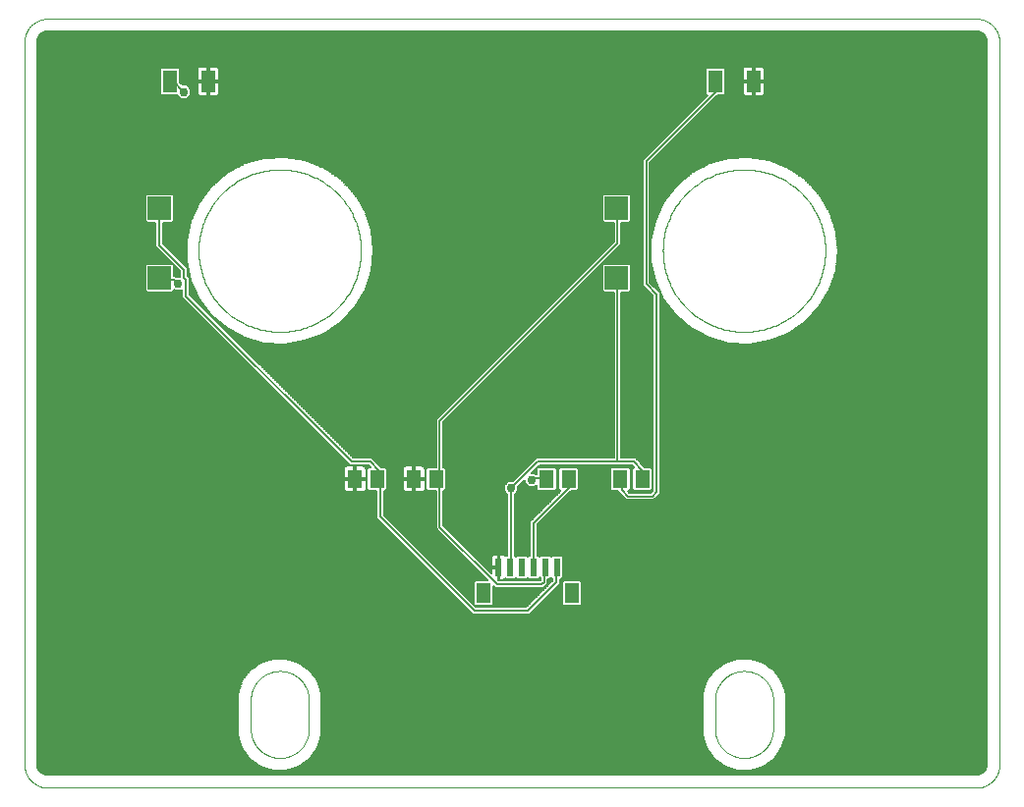
<source format=gtl>
G75*
%MOIN*%
%OFA0B0*%
%FSLAX25Y25*%
%IPPOS*%
%LPD*%
%AMOC8*
5,1,8,0,0,1.08239X$1,22.5*
%
%ADD10C,0.00039*%
%ADD11R,0.02362X0.06102*%
%ADD12R,0.04724X0.07087*%
%ADD13R,0.05000X0.07500*%
%ADD14R,0.05118X0.06299*%
%ADD15R,0.07874X0.07874*%
%ADD16C,0.00787*%
%ADD17C,0.00600*%
%ADD18C,0.02978*%
D10*
X0033308Y0021438D02*
X0348269Y0021438D01*
X0348459Y0021440D01*
X0348649Y0021447D01*
X0348839Y0021459D01*
X0349029Y0021475D01*
X0349218Y0021495D01*
X0349407Y0021521D01*
X0349595Y0021550D01*
X0349782Y0021585D01*
X0349968Y0021624D01*
X0350153Y0021667D01*
X0350338Y0021715D01*
X0350521Y0021767D01*
X0350702Y0021823D01*
X0350882Y0021884D01*
X0351061Y0021950D01*
X0351238Y0022019D01*
X0351414Y0022093D01*
X0351587Y0022171D01*
X0351759Y0022254D01*
X0351928Y0022340D01*
X0352096Y0022430D01*
X0352261Y0022525D01*
X0352424Y0022623D01*
X0352584Y0022726D01*
X0352742Y0022832D01*
X0352897Y0022942D01*
X0353050Y0023055D01*
X0353200Y0023173D01*
X0353346Y0023294D01*
X0353490Y0023418D01*
X0353631Y0023546D01*
X0353769Y0023677D01*
X0353904Y0023812D01*
X0354035Y0023950D01*
X0354163Y0024091D01*
X0354287Y0024235D01*
X0354408Y0024381D01*
X0354526Y0024531D01*
X0354639Y0024684D01*
X0354749Y0024839D01*
X0354855Y0024997D01*
X0354958Y0025157D01*
X0355056Y0025320D01*
X0355151Y0025485D01*
X0355241Y0025653D01*
X0355327Y0025822D01*
X0355410Y0025994D01*
X0355488Y0026167D01*
X0355562Y0026343D01*
X0355631Y0026520D01*
X0355697Y0026699D01*
X0355758Y0026879D01*
X0355814Y0027060D01*
X0355866Y0027243D01*
X0355914Y0027428D01*
X0355957Y0027613D01*
X0355996Y0027799D01*
X0356031Y0027986D01*
X0356060Y0028174D01*
X0356086Y0028363D01*
X0356106Y0028552D01*
X0356122Y0028742D01*
X0356134Y0028932D01*
X0356141Y0029122D01*
X0356143Y0029312D01*
X0356143Y0274646D01*
X0356141Y0274836D01*
X0356134Y0275026D01*
X0356122Y0275216D01*
X0356106Y0275406D01*
X0356086Y0275595D01*
X0356060Y0275784D01*
X0356031Y0275972D01*
X0355996Y0276159D01*
X0355957Y0276345D01*
X0355914Y0276530D01*
X0355866Y0276715D01*
X0355814Y0276898D01*
X0355758Y0277079D01*
X0355697Y0277259D01*
X0355631Y0277438D01*
X0355562Y0277615D01*
X0355488Y0277791D01*
X0355410Y0277964D01*
X0355327Y0278136D01*
X0355241Y0278305D01*
X0355151Y0278473D01*
X0355056Y0278638D01*
X0354958Y0278801D01*
X0354855Y0278961D01*
X0354749Y0279119D01*
X0354639Y0279274D01*
X0354526Y0279427D01*
X0354408Y0279577D01*
X0354287Y0279723D01*
X0354163Y0279867D01*
X0354035Y0280008D01*
X0353904Y0280146D01*
X0353769Y0280281D01*
X0353631Y0280412D01*
X0353490Y0280540D01*
X0353346Y0280664D01*
X0353200Y0280785D01*
X0353050Y0280903D01*
X0352897Y0281016D01*
X0352742Y0281126D01*
X0352584Y0281232D01*
X0352424Y0281335D01*
X0352261Y0281433D01*
X0352096Y0281528D01*
X0351928Y0281618D01*
X0351759Y0281704D01*
X0351587Y0281787D01*
X0351414Y0281865D01*
X0351238Y0281939D01*
X0351061Y0282008D01*
X0350882Y0282074D01*
X0350702Y0282135D01*
X0350521Y0282191D01*
X0350338Y0282243D01*
X0350153Y0282291D01*
X0349968Y0282334D01*
X0349782Y0282373D01*
X0349595Y0282408D01*
X0349407Y0282437D01*
X0349218Y0282463D01*
X0349029Y0282483D01*
X0348839Y0282499D01*
X0348649Y0282511D01*
X0348459Y0282518D01*
X0348269Y0282520D01*
X0033308Y0282520D01*
X0033118Y0282518D01*
X0032928Y0282511D01*
X0032738Y0282499D01*
X0032548Y0282483D01*
X0032359Y0282463D01*
X0032170Y0282437D01*
X0031982Y0282408D01*
X0031795Y0282373D01*
X0031609Y0282334D01*
X0031424Y0282291D01*
X0031239Y0282243D01*
X0031056Y0282191D01*
X0030875Y0282135D01*
X0030695Y0282074D01*
X0030516Y0282008D01*
X0030339Y0281939D01*
X0030163Y0281865D01*
X0029990Y0281787D01*
X0029818Y0281704D01*
X0029649Y0281618D01*
X0029481Y0281528D01*
X0029316Y0281433D01*
X0029153Y0281335D01*
X0028993Y0281232D01*
X0028835Y0281126D01*
X0028680Y0281016D01*
X0028527Y0280903D01*
X0028377Y0280785D01*
X0028231Y0280664D01*
X0028087Y0280540D01*
X0027946Y0280412D01*
X0027808Y0280281D01*
X0027673Y0280146D01*
X0027542Y0280008D01*
X0027414Y0279867D01*
X0027290Y0279723D01*
X0027169Y0279577D01*
X0027051Y0279427D01*
X0026938Y0279274D01*
X0026828Y0279119D01*
X0026722Y0278961D01*
X0026619Y0278801D01*
X0026521Y0278638D01*
X0026426Y0278473D01*
X0026336Y0278305D01*
X0026250Y0278136D01*
X0026167Y0277964D01*
X0026089Y0277791D01*
X0026015Y0277615D01*
X0025946Y0277438D01*
X0025880Y0277259D01*
X0025819Y0277079D01*
X0025763Y0276898D01*
X0025711Y0276715D01*
X0025663Y0276530D01*
X0025620Y0276345D01*
X0025581Y0276159D01*
X0025546Y0275972D01*
X0025517Y0275784D01*
X0025491Y0275595D01*
X0025471Y0275406D01*
X0025455Y0275216D01*
X0025443Y0275026D01*
X0025436Y0274836D01*
X0025434Y0274646D01*
X0025434Y0029312D01*
X0025436Y0029122D01*
X0025443Y0028932D01*
X0025455Y0028742D01*
X0025471Y0028552D01*
X0025491Y0028363D01*
X0025517Y0028174D01*
X0025546Y0027986D01*
X0025581Y0027799D01*
X0025620Y0027613D01*
X0025663Y0027428D01*
X0025711Y0027243D01*
X0025763Y0027060D01*
X0025819Y0026879D01*
X0025880Y0026699D01*
X0025946Y0026520D01*
X0026015Y0026343D01*
X0026089Y0026167D01*
X0026167Y0025994D01*
X0026250Y0025822D01*
X0026336Y0025653D01*
X0026426Y0025485D01*
X0026521Y0025320D01*
X0026619Y0025157D01*
X0026722Y0024997D01*
X0026828Y0024839D01*
X0026938Y0024684D01*
X0027051Y0024531D01*
X0027169Y0024381D01*
X0027290Y0024235D01*
X0027414Y0024091D01*
X0027542Y0023950D01*
X0027673Y0023812D01*
X0027808Y0023677D01*
X0027946Y0023546D01*
X0028087Y0023418D01*
X0028231Y0023294D01*
X0028377Y0023173D01*
X0028527Y0023055D01*
X0028680Y0022942D01*
X0028835Y0022832D01*
X0028993Y0022726D01*
X0029153Y0022623D01*
X0029316Y0022525D01*
X0029481Y0022430D01*
X0029649Y0022340D01*
X0029818Y0022254D01*
X0029990Y0022171D01*
X0030163Y0022093D01*
X0030339Y0022019D01*
X0030516Y0021950D01*
X0030695Y0021884D01*
X0030875Y0021823D01*
X0031056Y0021767D01*
X0031239Y0021715D01*
X0031424Y0021667D01*
X0031609Y0021624D01*
X0031795Y0021585D01*
X0031982Y0021550D01*
X0032170Y0021521D01*
X0032359Y0021495D01*
X0032548Y0021475D01*
X0032738Y0021459D01*
X0032928Y0021447D01*
X0033118Y0021440D01*
X0033308Y0021438D01*
X0102206Y0041379D02*
X0102206Y0051221D01*
X0102205Y0051221D02*
X0102208Y0051461D01*
X0102217Y0051700D01*
X0102231Y0051939D01*
X0102252Y0052178D01*
X0102278Y0052417D01*
X0102310Y0052654D01*
X0102348Y0052891D01*
X0102391Y0053127D01*
X0102440Y0053361D01*
X0102495Y0053594D01*
X0102556Y0053826D01*
X0102622Y0054057D01*
X0102694Y0054285D01*
X0102772Y0054512D01*
X0102854Y0054737D01*
X0102943Y0054960D01*
X0103037Y0055181D01*
X0103136Y0055399D01*
X0103240Y0055615D01*
X0103350Y0055828D01*
X0103464Y0056038D01*
X0103584Y0056246D01*
X0103709Y0056451D01*
X0103839Y0056652D01*
X0103974Y0056850D01*
X0104113Y0057045D01*
X0104257Y0057237D01*
X0104406Y0057425D01*
X0104559Y0057609D01*
X0104717Y0057789D01*
X0104879Y0057966D01*
X0105046Y0058139D01*
X0105216Y0058307D01*
X0105391Y0058471D01*
X0105569Y0058631D01*
X0105752Y0058787D01*
X0105938Y0058938D01*
X0106128Y0059084D01*
X0106321Y0059226D01*
X0106517Y0059363D01*
X0106717Y0059496D01*
X0106920Y0059623D01*
X0107127Y0059745D01*
X0107336Y0059863D01*
X0107547Y0059975D01*
X0107762Y0060082D01*
X0107979Y0060184D01*
X0108198Y0060280D01*
X0108420Y0060371D01*
X0108644Y0060457D01*
X0108870Y0060537D01*
X0109098Y0060611D01*
X0109327Y0060680D01*
X0109558Y0060744D01*
X0109791Y0060802D01*
X0110025Y0060854D01*
X0110260Y0060900D01*
X0110496Y0060941D01*
X0110734Y0060976D01*
X0110971Y0061005D01*
X0111210Y0061028D01*
X0111449Y0061046D01*
X0111689Y0061057D01*
X0111928Y0061063D01*
X0112168Y0061063D01*
X0112407Y0061057D01*
X0112647Y0061046D01*
X0112886Y0061028D01*
X0113125Y0061005D01*
X0113362Y0060976D01*
X0113600Y0060941D01*
X0113836Y0060900D01*
X0114071Y0060854D01*
X0114305Y0060802D01*
X0114538Y0060744D01*
X0114769Y0060680D01*
X0114998Y0060611D01*
X0115226Y0060537D01*
X0115452Y0060457D01*
X0115676Y0060371D01*
X0115898Y0060280D01*
X0116117Y0060184D01*
X0116334Y0060082D01*
X0116549Y0059975D01*
X0116760Y0059863D01*
X0116970Y0059745D01*
X0117176Y0059623D01*
X0117379Y0059496D01*
X0117579Y0059363D01*
X0117775Y0059226D01*
X0117968Y0059084D01*
X0118158Y0058938D01*
X0118344Y0058787D01*
X0118527Y0058631D01*
X0118705Y0058471D01*
X0118880Y0058307D01*
X0119050Y0058139D01*
X0119217Y0057966D01*
X0119379Y0057789D01*
X0119537Y0057609D01*
X0119690Y0057425D01*
X0119839Y0057237D01*
X0119983Y0057045D01*
X0120122Y0056850D01*
X0120257Y0056652D01*
X0120387Y0056451D01*
X0120512Y0056246D01*
X0120632Y0056038D01*
X0120746Y0055828D01*
X0120856Y0055615D01*
X0120960Y0055399D01*
X0121059Y0055181D01*
X0121153Y0054960D01*
X0121242Y0054737D01*
X0121324Y0054512D01*
X0121402Y0054285D01*
X0121474Y0054057D01*
X0121540Y0053826D01*
X0121601Y0053594D01*
X0121656Y0053361D01*
X0121705Y0053127D01*
X0121748Y0052891D01*
X0121786Y0052654D01*
X0121818Y0052417D01*
X0121844Y0052178D01*
X0121865Y0051939D01*
X0121879Y0051700D01*
X0121888Y0051461D01*
X0121891Y0051221D01*
X0121891Y0041379D01*
X0121888Y0041139D01*
X0121879Y0040900D01*
X0121865Y0040661D01*
X0121844Y0040422D01*
X0121818Y0040183D01*
X0121786Y0039946D01*
X0121748Y0039709D01*
X0121705Y0039473D01*
X0121656Y0039239D01*
X0121601Y0039006D01*
X0121540Y0038774D01*
X0121474Y0038543D01*
X0121402Y0038315D01*
X0121324Y0038088D01*
X0121242Y0037863D01*
X0121153Y0037640D01*
X0121059Y0037419D01*
X0120960Y0037201D01*
X0120856Y0036985D01*
X0120746Y0036772D01*
X0120632Y0036562D01*
X0120512Y0036354D01*
X0120387Y0036149D01*
X0120257Y0035948D01*
X0120122Y0035750D01*
X0119983Y0035555D01*
X0119839Y0035363D01*
X0119690Y0035175D01*
X0119537Y0034991D01*
X0119379Y0034811D01*
X0119217Y0034634D01*
X0119050Y0034461D01*
X0118880Y0034293D01*
X0118705Y0034129D01*
X0118527Y0033969D01*
X0118344Y0033813D01*
X0118158Y0033662D01*
X0117968Y0033516D01*
X0117775Y0033374D01*
X0117579Y0033237D01*
X0117379Y0033104D01*
X0117176Y0032977D01*
X0116970Y0032855D01*
X0116760Y0032737D01*
X0116549Y0032625D01*
X0116334Y0032518D01*
X0116117Y0032416D01*
X0115898Y0032320D01*
X0115676Y0032229D01*
X0115452Y0032143D01*
X0115226Y0032063D01*
X0114998Y0031989D01*
X0114769Y0031920D01*
X0114538Y0031856D01*
X0114305Y0031798D01*
X0114071Y0031746D01*
X0113836Y0031700D01*
X0113600Y0031659D01*
X0113362Y0031624D01*
X0113125Y0031595D01*
X0112886Y0031572D01*
X0112647Y0031554D01*
X0112407Y0031543D01*
X0112168Y0031537D01*
X0111928Y0031537D01*
X0111689Y0031543D01*
X0111449Y0031554D01*
X0111210Y0031572D01*
X0110971Y0031595D01*
X0110734Y0031624D01*
X0110496Y0031659D01*
X0110260Y0031700D01*
X0110025Y0031746D01*
X0109791Y0031798D01*
X0109558Y0031856D01*
X0109327Y0031920D01*
X0109098Y0031989D01*
X0108870Y0032063D01*
X0108644Y0032143D01*
X0108420Y0032229D01*
X0108198Y0032320D01*
X0107979Y0032416D01*
X0107762Y0032518D01*
X0107547Y0032625D01*
X0107336Y0032737D01*
X0107127Y0032855D01*
X0106920Y0032977D01*
X0106717Y0033104D01*
X0106517Y0033237D01*
X0106321Y0033374D01*
X0106128Y0033516D01*
X0105938Y0033662D01*
X0105752Y0033813D01*
X0105569Y0033969D01*
X0105391Y0034129D01*
X0105216Y0034293D01*
X0105046Y0034461D01*
X0104879Y0034634D01*
X0104717Y0034811D01*
X0104559Y0034991D01*
X0104406Y0035175D01*
X0104257Y0035363D01*
X0104113Y0035555D01*
X0103974Y0035750D01*
X0103839Y0035948D01*
X0103709Y0036149D01*
X0103584Y0036354D01*
X0103464Y0036562D01*
X0103350Y0036772D01*
X0103240Y0036985D01*
X0103136Y0037201D01*
X0103037Y0037419D01*
X0102943Y0037640D01*
X0102854Y0037863D01*
X0102772Y0038088D01*
X0102694Y0038315D01*
X0102622Y0038543D01*
X0102556Y0038774D01*
X0102495Y0039006D01*
X0102440Y0039239D01*
X0102391Y0039473D01*
X0102348Y0039709D01*
X0102310Y0039946D01*
X0102278Y0040183D01*
X0102252Y0040422D01*
X0102231Y0040661D01*
X0102217Y0040900D01*
X0102208Y0041139D01*
X0102205Y0041379D01*
X0259686Y0041379D02*
X0259686Y0051221D01*
X0259685Y0051221D02*
X0259688Y0051461D01*
X0259697Y0051700D01*
X0259711Y0051939D01*
X0259732Y0052178D01*
X0259758Y0052417D01*
X0259790Y0052654D01*
X0259828Y0052891D01*
X0259871Y0053127D01*
X0259920Y0053361D01*
X0259975Y0053594D01*
X0260036Y0053826D01*
X0260102Y0054057D01*
X0260174Y0054285D01*
X0260252Y0054512D01*
X0260334Y0054737D01*
X0260423Y0054960D01*
X0260517Y0055181D01*
X0260616Y0055399D01*
X0260720Y0055615D01*
X0260830Y0055828D01*
X0260944Y0056038D01*
X0261064Y0056246D01*
X0261189Y0056451D01*
X0261319Y0056652D01*
X0261454Y0056850D01*
X0261593Y0057045D01*
X0261737Y0057237D01*
X0261886Y0057425D01*
X0262039Y0057609D01*
X0262197Y0057789D01*
X0262359Y0057966D01*
X0262526Y0058139D01*
X0262696Y0058307D01*
X0262871Y0058471D01*
X0263049Y0058631D01*
X0263232Y0058787D01*
X0263418Y0058938D01*
X0263608Y0059084D01*
X0263801Y0059226D01*
X0263997Y0059363D01*
X0264197Y0059496D01*
X0264400Y0059623D01*
X0264607Y0059745D01*
X0264816Y0059863D01*
X0265027Y0059975D01*
X0265242Y0060082D01*
X0265459Y0060184D01*
X0265678Y0060280D01*
X0265900Y0060371D01*
X0266124Y0060457D01*
X0266350Y0060537D01*
X0266578Y0060611D01*
X0266807Y0060680D01*
X0267038Y0060744D01*
X0267271Y0060802D01*
X0267505Y0060854D01*
X0267740Y0060900D01*
X0267976Y0060941D01*
X0268214Y0060976D01*
X0268451Y0061005D01*
X0268690Y0061028D01*
X0268929Y0061046D01*
X0269169Y0061057D01*
X0269408Y0061063D01*
X0269648Y0061063D01*
X0269887Y0061057D01*
X0270127Y0061046D01*
X0270366Y0061028D01*
X0270605Y0061005D01*
X0270842Y0060976D01*
X0271080Y0060941D01*
X0271316Y0060900D01*
X0271551Y0060854D01*
X0271785Y0060802D01*
X0272018Y0060744D01*
X0272249Y0060680D01*
X0272478Y0060611D01*
X0272706Y0060537D01*
X0272932Y0060457D01*
X0273156Y0060371D01*
X0273378Y0060280D01*
X0273597Y0060184D01*
X0273814Y0060082D01*
X0274029Y0059975D01*
X0274240Y0059863D01*
X0274450Y0059745D01*
X0274656Y0059623D01*
X0274859Y0059496D01*
X0275059Y0059363D01*
X0275255Y0059226D01*
X0275448Y0059084D01*
X0275638Y0058938D01*
X0275824Y0058787D01*
X0276007Y0058631D01*
X0276185Y0058471D01*
X0276360Y0058307D01*
X0276530Y0058139D01*
X0276697Y0057966D01*
X0276859Y0057789D01*
X0277017Y0057609D01*
X0277170Y0057425D01*
X0277319Y0057237D01*
X0277463Y0057045D01*
X0277602Y0056850D01*
X0277737Y0056652D01*
X0277867Y0056451D01*
X0277992Y0056246D01*
X0278112Y0056038D01*
X0278226Y0055828D01*
X0278336Y0055615D01*
X0278440Y0055399D01*
X0278539Y0055181D01*
X0278633Y0054960D01*
X0278722Y0054737D01*
X0278804Y0054512D01*
X0278882Y0054285D01*
X0278954Y0054057D01*
X0279020Y0053826D01*
X0279081Y0053594D01*
X0279136Y0053361D01*
X0279185Y0053127D01*
X0279228Y0052891D01*
X0279266Y0052654D01*
X0279298Y0052417D01*
X0279324Y0052178D01*
X0279345Y0051939D01*
X0279359Y0051700D01*
X0279368Y0051461D01*
X0279371Y0051221D01*
X0279371Y0041379D01*
X0279368Y0041139D01*
X0279359Y0040900D01*
X0279345Y0040661D01*
X0279324Y0040422D01*
X0279298Y0040183D01*
X0279266Y0039946D01*
X0279228Y0039709D01*
X0279185Y0039473D01*
X0279136Y0039239D01*
X0279081Y0039006D01*
X0279020Y0038774D01*
X0278954Y0038543D01*
X0278882Y0038315D01*
X0278804Y0038088D01*
X0278722Y0037863D01*
X0278633Y0037640D01*
X0278539Y0037419D01*
X0278440Y0037201D01*
X0278336Y0036985D01*
X0278226Y0036772D01*
X0278112Y0036562D01*
X0277992Y0036354D01*
X0277867Y0036149D01*
X0277737Y0035948D01*
X0277602Y0035750D01*
X0277463Y0035555D01*
X0277319Y0035363D01*
X0277170Y0035175D01*
X0277017Y0034991D01*
X0276859Y0034811D01*
X0276697Y0034634D01*
X0276530Y0034461D01*
X0276360Y0034293D01*
X0276185Y0034129D01*
X0276007Y0033969D01*
X0275824Y0033813D01*
X0275638Y0033662D01*
X0275448Y0033516D01*
X0275255Y0033374D01*
X0275059Y0033237D01*
X0274859Y0033104D01*
X0274656Y0032977D01*
X0274450Y0032855D01*
X0274240Y0032737D01*
X0274029Y0032625D01*
X0273814Y0032518D01*
X0273597Y0032416D01*
X0273378Y0032320D01*
X0273156Y0032229D01*
X0272932Y0032143D01*
X0272706Y0032063D01*
X0272478Y0031989D01*
X0272249Y0031920D01*
X0272018Y0031856D01*
X0271785Y0031798D01*
X0271551Y0031746D01*
X0271316Y0031700D01*
X0271080Y0031659D01*
X0270842Y0031624D01*
X0270605Y0031595D01*
X0270366Y0031572D01*
X0270127Y0031554D01*
X0269887Y0031543D01*
X0269648Y0031537D01*
X0269408Y0031537D01*
X0269169Y0031543D01*
X0268929Y0031554D01*
X0268690Y0031572D01*
X0268451Y0031595D01*
X0268214Y0031624D01*
X0267976Y0031659D01*
X0267740Y0031700D01*
X0267505Y0031746D01*
X0267271Y0031798D01*
X0267038Y0031856D01*
X0266807Y0031920D01*
X0266578Y0031989D01*
X0266350Y0032063D01*
X0266124Y0032143D01*
X0265900Y0032229D01*
X0265678Y0032320D01*
X0265459Y0032416D01*
X0265242Y0032518D01*
X0265027Y0032625D01*
X0264816Y0032737D01*
X0264607Y0032855D01*
X0264400Y0032977D01*
X0264197Y0033104D01*
X0263997Y0033237D01*
X0263801Y0033374D01*
X0263608Y0033516D01*
X0263418Y0033662D01*
X0263232Y0033813D01*
X0263049Y0033969D01*
X0262871Y0034129D01*
X0262696Y0034293D01*
X0262526Y0034461D01*
X0262359Y0034634D01*
X0262197Y0034811D01*
X0262039Y0034991D01*
X0261886Y0035175D01*
X0261737Y0035363D01*
X0261593Y0035555D01*
X0261454Y0035750D01*
X0261319Y0035948D01*
X0261189Y0036149D01*
X0261064Y0036354D01*
X0260944Y0036562D01*
X0260830Y0036772D01*
X0260720Y0036985D01*
X0260616Y0037201D01*
X0260517Y0037419D01*
X0260423Y0037640D01*
X0260334Y0037863D01*
X0260252Y0038088D01*
X0260174Y0038315D01*
X0260102Y0038543D01*
X0260036Y0038774D01*
X0259975Y0039006D01*
X0259920Y0039239D01*
X0259871Y0039473D01*
X0259828Y0039709D01*
X0259790Y0039946D01*
X0259758Y0040183D01*
X0259732Y0040422D01*
X0259711Y0040661D01*
X0259697Y0040900D01*
X0259688Y0041139D01*
X0259685Y0041379D01*
X0241969Y0203780D02*
X0241977Y0204456D01*
X0242002Y0205132D01*
X0242044Y0205807D01*
X0242102Y0206481D01*
X0242176Y0207154D01*
X0242267Y0207824D01*
X0242375Y0208492D01*
X0242499Y0209156D01*
X0242639Y0209818D01*
X0242795Y0210476D01*
X0242967Y0211130D01*
X0243156Y0211780D01*
X0243360Y0212425D01*
X0243580Y0213064D01*
X0243816Y0213698D01*
X0244067Y0214326D01*
X0244333Y0214948D01*
X0244615Y0215563D01*
X0244912Y0216171D01*
X0245223Y0216771D01*
X0245549Y0217364D01*
X0245890Y0217948D01*
X0246245Y0218524D01*
X0246614Y0219091D01*
X0246996Y0219649D01*
X0247392Y0220197D01*
X0247802Y0220735D01*
X0248225Y0221263D01*
X0248660Y0221781D01*
X0249108Y0222287D01*
X0249568Y0222783D01*
X0250041Y0223267D01*
X0250525Y0223740D01*
X0251021Y0224200D01*
X0251527Y0224648D01*
X0252045Y0225083D01*
X0252573Y0225506D01*
X0253111Y0225916D01*
X0253659Y0226312D01*
X0254217Y0226694D01*
X0254784Y0227063D01*
X0255360Y0227418D01*
X0255944Y0227759D01*
X0256537Y0228085D01*
X0257137Y0228396D01*
X0257745Y0228693D01*
X0258360Y0228975D01*
X0258982Y0229241D01*
X0259610Y0229492D01*
X0260244Y0229728D01*
X0260883Y0229948D01*
X0261528Y0230152D01*
X0262178Y0230341D01*
X0262832Y0230513D01*
X0263490Y0230669D01*
X0264152Y0230809D01*
X0264816Y0230933D01*
X0265484Y0231041D01*
X0266154Y0231132D01*
X0266827Y0231206D01*
X0267501Y0231264D01*
X0268176Y0231306D01*
X0268852Y0231331D01*
X0269528Y0231339D01*
X0270204Y0231331D01*
X0270880Y0231306D01*
X0271555Y0231264D01*
X0272229Y0231206D01*
X0272902Y0231132D01*
X0273572Y0231041D01*
X0274240Y0230933D01*
X0274904Y0230809D01*
X0275566Y0230669D01*
X0276224Y0230513D01*
X0276878Y0230341D01*
X0277528Y0230152D01*
X0278173Y0229948D01*
X0278812Y0229728D01*
X0279446Y0229492D01*
X0280074Y0229241D01*
X0280696Y0228975D01*
X0281311Y0228693D01*
X0281919Y0228396D01*
X0282519Y0228085D01*
X0283112Y0227759D01*
X0283696Y0227418D01*
X0284272Y0227063D01*
X0284839Y0226694D01*
X0285397Y0226312D01*
X0285945Y0225916D01*
X0286483Y0225506D01*
X0287011Y0225083D01*
X0287529Y0224648D01*
X0288035Y0224200D01*
X0288531Y0223740D01*
X0289015Y0223267D01*
X0289488Y0222783D01*
X0289948Y0222287D01*
X0290396Y0221781D01*
X0290831Y0221263D01*
X0291254Y0220735D01*
X0291664Y0220197D01*
X0292060Y0219649D01*
X0292442Y0219091D01*
X0292811Y0218524D01*
X0293166Y0217948D01*
X0293507Y0217364D01*
X0293833Y0216771D01*
X0294144Y0216171D01*
X0294441Y0215563D01*
X0294723Y0214948D01*
X0294989Y0214326D01*
X0295240Y0213698D01*
X0295476Y0213064D01*
X0295696Y0212425D01*
X0295900Y0211780D01*
X0296089Y0211130D01*
X0296261Y0210476D01*
X0296417Y0209818D01*
X0296557Y0209156D01*
X0296681Y0208492D01*
X0296789Y0207824D01*
X0296880Y0207154D01*
X0296954Y0206481D01*
X0297012Y0205807D01*
X0297054Y0205132D01*
X0297079Y0204456D01*
X0297087Y0203780D01*
X0297079Y0203104D01*
X0297054Y0202428D01*
X0297012Y0201753D01*
X0296954Y0201079D01*
X0296880Y0200406D01*
X0296789Y0199736D01*
X0296681Y0199068D01*
X0296557Y0198404D01*
X0296417Y0197742D01*
X0296261Y0197084D01*
X0296089Y0196430D01*
X0295900Y0195780D01*
X0295696Y0195135D01*
X0295476Y0194496D01*
X0295240Y0193862D01*
X0294989Y0193234D01*
X0294723Y0192612D01*
X0294441Y0191997D01*
X0294144Y0191389D01*
X0293833Y0190789D01*
X0293507Y0190196D01*
X0293166Y0189612D01*
X0292811Y0189036D01*
X0292442Y0188469D01*
X0292060Y0187911D01*
X0291664Y0187363D01*
X0291254Y0186825D01*
X0290831Y0186297D01*
X0290396Y0185779D01*
X0289948Y0185273D01*
X0289488Y0184777D01*
X0289015Y0184293D01*
X0288531Y0183820D01*
X0288035Y0183360D01*
X0287529Y0182912D01*
X0287011Y0182477D01*
X0286483Y0182054D01*
X0285945Y0181644D01*
X0285397Y0181248D01*
X0284839Y0180866D01*
X0284272Y0180497D01*
X0283696Y0180142D01*
X0283112Y0179801D01*
X0282519Y0179475D01*
X0281919Y0179164D01*
X0281311Y0178867D01*
X0280696Y0178585D01*
X0280074Y0178319D01*
X0279446Y0178068D01*
X0278812Y0177832D01*
X0278173Y0177612D01*
X0277528Y0177408D01*
X0276878Y0177219D01*
X0276224Y0177047D01*
X0275566Y0176891D01*
X0274904Y0176751D01*
X0274240Y0176627D01*
X0273572Y0176519D01*
X0272902Y0176428D01*
X0272229Y0176354D01*
X0271555Y0176296D01*
X0270880Y0176254D01*
X0270204Y0176229D01*
X0269528Y0176221D01*
X0268852Y0176229D01*
X0268176Y0176254D01*
X0267501Y0176296D01*
X0266827Y0176354D01*
X0266154Y0176428D01*
X0265484Y0176519D01*
X0264816Y0176627D01*
X0264152Y0176751D01*
X0263490Y0176891D01*
X0262832Y0177047D01*
X0262178Y0177219D01*
X0261528Y0177408D01*
X0260883Y0177612D01*
X0260244Y0177832D01*
X0259610Y0178068D01*
X0258982Y0178319D01*
X0258360Y0178585D01*
X0257745Y0178867D01*
X0257137Y0179164D01*
X0256537Y0179475D01*
X0255944Y0179801D01*
X0255360Y0180142D01*
X0254784Y0180497D01*
X0254217Y0180866D01*
X0253659Y0181248D01*
X0253111Y0181644D01*
X0252573Y0182054D01*
X0252045Y0182477D01*
X0251527Y0182912D01*
X0251021Y0183360D01*
X0250525Y0183820D01*
X0250041Y0184293D01*
X0249568Y0184777D01*
X0249108Y0185273D01*
X0248660Y0185779D01*
X0248225Y0186297D01*
X0247802Y0186825D01*
X0247392Y0187363D01*
X0246996Y0187911D01*
X0246614Y0188469D01*
X0246245Y0189036D01*
X0245890Y0189612D01*
X0245549Y0190196D01*
X0245223Y0190789D01*
X0244912Y0191389D01*
X0244615Y0191997D01*
X0244333Y0192612D01*
X0244067Y0193234D01*
X0243816Y0193862D01*
X0243580Y0194496D01*
X0243360Y0195135D01*
X0243156Y0195780D01*
X0242967Y0196430D01*
X0242795Y0197084D01*
X0242639Y0197742D01*
X0242499Y0198404D01*
X0242375Y0199068D01*
X0242267Y0199736D01*
X0242176Y0200406D01*
X0242102Y0201079D01*
X0242044Y0201753D01*
X0242002Y0202428D01*
X0241977Y0203104D01*
X0241969Y0203780D01*
X0084489Y0203780D02*
X0084497Y0204456D01*
X0084522Y0205132D01*
X0084564Y0205807D01*
X0084622Y0206481D01*
X0084696Y0207154D01*
X0084787Y0207824D01*
X0084895Y0208492D01*
X0085019Y0209156D01*
X0085159Y0209818D01*
X0085315Y0210476D01*
X0085487Y0211130D01*
X0085676Y0211780D01*
X0085880Y0212425D01*
X0086100Y0213064D01*
X0086336Y0213698D01*
X0086587Y0214326D01*
X0086853Y0214948D01*
X0087135Y0215563D01*
X0087432Y0216171D01*
X0087743Y0216771D01*
X0088069Y0217364D01*
X0088410Y0217948D01*
X0088765Y0218524D01*
X0089134Y0219091D01*
X0089516Y0219649D01*
X0089912Y0220197D01*
X0090322Y0220735D01*
X0090745Y0221263D01*
X0091180Y0221781D01*
X0091628Y0222287D01*
X0092088Y0222783D01*
X0092561Y0223267D01*
X0093045Y0223740D01*
X0093541Y0224200D01*
X0094047Y0224648D01*
X0094565Y0225083D01*
X0095093Y0225506D01*
X0095631Y0225916D01*
X0096179Y0226312D01*
X0096737Y0226694D01*
X0097304Y0227063D01*
X0097880Y0227418D01*
X0098464Y0227759D01*
X0099057Y0228085D01*
X0099657Y0228396D01*
X0100265Y0228693D01*
X0100880Y0228975D01*
X0101502Y0229241D01*
X0102130Y0229492D01*
X0102764Y0229728D01*
X0103403Y0229948D01*
X0104048Y0230152D01*
X0104698Y0230341D01*
X0105352Y0230513D01*
X0106010Y0230669D01*
X0106672Y0230809D01*
X0107336Y0230933D01*
X0108004Y0231041D01*
X0108674Y0231132D01*
X0109347Y0231206D01*
X0110021Y0231264D01*
X0110696Y0231306D01*
X0111372Y0231331D01*
X0112048Y0231339D01*
X0112724Y0231331D01*
X0113400Y0231306D01*
X0114075Y0231264D01*
X0114749Y0231206D01*
X0115422Y0231132D01*
X0116092Y0231041D01*
X0116760Y0230933D01*
X0117424Y0230809D01*
X0118086Y0230669D01*
X0118744Y0230513D01*
X0119398Y0230341D01*
X0120048Y0230152D01*
X0120693Y0229948D01*
X0121332Y0229728D01*
X0121966Y0229492D01*
X0122594Y0229241D01*
X0123216Y0228975D01*
X0123831Y0228693D01*
X0124439Y0228396D01*
X0125039Y0228085D01*
X0125632Y0227759D01*
X0126216Y0227418D01*
X0126792Y0227063D01*
X0127359Y0226694D01*
X0127917Y0226312D01*
X0128465Y0225916D01*
X0129003Y0225506D01*
X0129531Y0225083D01*
X0130049Y0224648D01*
X0130555Y0224200D01*
X0131051Y0223740D01*
X0131535Y0223267D01*
X0132008Y0222783D01*
X0132468Y0222287D01*
X0132916Y0221781D01*
X0133351Y0221263D01*
X0133774Y0220735D01*
X0134184Y0220197D01*
X0134580Y0219649D01*
X0134962Y0219091D01*
X0135331Y0218524D01*
X0135686Y0217948D01*
X0136027Y0217364D01*
X0136353Y0216771D01*
X0136664Y0216171D01*
X0136961Y0215563D01*
X0137243Y0214948D01*
X0137509Y0214326D01*
X0137760Y0213698D01*
X0137996Y0213064D01*
X0138216Y0212425D01*
X0138420Y0211780D01*
X0138609Y0211130D01*
X0138781Y0210476D01*
X0138937Y0209818D01*
X0139077Y0209156D01*
X0139201Y0208492D01*
X0139309Y0207824D01*
X0139400Y0207154D01*
X0139474Y0206481D01*
X0139532Y0205807D01*
X0139574Y0205132D01*
X0139599Y0204456D01*
X0139607Y0203780D01*
X0139599Y0203104D01*
X0139574Y0202428D01*
X0139532Y0201753D01*
X0139474Y0201079D01*
X0139400Y0200406D01*
X0139309Y0199736D01*
X0139201Y0199068D01*
X0139077Y0198404D01*
X0138937Y0197742D01*
X0138781Y0197084D01*
X0138609Y0196430D01*
X0138420Y0195780D01*
X0138216Y0195135D01*
X0137996Y0194496D01*
X0137760Y0193862D01*
X0137509Y0193234D01*
X0137243Y0192612D01*
X0136961Y0191997D01*
X0136664Y0191389D01*
X0136353Y0190789D01*
X0136027Y0190196D01*
X0135686Y0189612D01*
X0135331Y0189036D01*
X0134962Y0188469D01*
X0134580Y0187911D01*
X0134184Y0187363D01*
X0133774Y0186825D01*
X0133351Y0186297D01*
X0132916Y0185779D01*
X0132468Y0185273D01*
X0132008Y0184777D01*
X0131535Y0184293D01*
X0131051Y0183820D01*
X0130555Y0183360D01*
X0130049Y0182912D01*
X0129531Y0182477D01*
X0129003Y0182054D01*
X0128465Y0181644D01*
X0127917Y0181248D01*
X0127359Y0180866D01*
X0126792Y0180497D01*
X0126216Y0180142D01*
X0125632Y0179801D01*
X0125039Y0179475D01*
X0124439Y0179164D01*
X0123831Y0178867D01*
X0123216Y0178585D01*
X0122594Y0178319D01*
X0121966Y0178068D01*
X0121332Y0177832D01*
X0120693Y0177612D01*
X0120048Y0177408D01*
X0119398Y0177219D01*
X0118744Y0177047D01*
X0118086Y0176891D01*
X0117424Y0176751D01*
X0116760Y0176627D01*
X0116092Y0176519D01*
X0115422Y0176428D01*
X0114749Y0176354D01*
X0114075Y0176296D01*
X0113400Y0176254D01*
X0112724Y0176229D01*
X0112048Y0176221D01*
X0111372Y0176229D01*
X0110696Y0176254D01*
X0110021Y0176296D01*
X0109347Y0176354D01*
X0108674Y0176428D01*
X0108004Y0176519D01*
X0107336Y0176627D01*
X0106672Y0176751D01*
X0106010Y0176891D01*
X0105352Y0177047D01*
X0104698Y0177219D01*
X0104048Y0177408D01*
X0103403Y0177612D01*
X0102764Y0177832D01*
X0102130Y0178068D01*
X0101502Y0178319D01*
X0100880Y0178585D01*
X0100265Y0178867D01*
X0099657Y0179164D01*
X0099057Y0179475D01*
X0098464Y0179801D01*
X0097880Y0180142D01*
X0097304Y0180497D01*
X0096737Y0180866D01*
X0096179Y0181248D01*
X0095631Y0181644D01*
X0095093Y0182054D01*
X0094565Y0182477D01*
X0094047Y0182912D01*
X0093541Y0183360D01*
X0093045Y0183820D01*
X0092561Y0184293D01*
X0092088Y0184777D01*
X0091628Y0185273D01*
X0091180Y0185779D01*
X0090745Y0186297D01*
X0090322Y0186825D01*
X0089912Y0187363D01*
X0089516Y0187911D01*
X0089134Y0188469D01*
X0088765Y0189036D01*
X0088410Y0189612D01*
X0088069Y0190196D01*
X0087743Y0190789D01*
X0087432Y0191389D01*
X0087135Y0191997D01*
X0086853Y0192612D01*
X0086587Y0193234D01*
X0086336Y0193862D01*
X0086100Y0194496D01*
X0085880Y0195135D01*
X0085676Y0195780D01*
X0085487Y0196430D01*
X0085315Y0197084D01*
X0085159Y0197742D01*
X0085019Y0198404D01*
X0084895Y0199068D01*
X0084787Y0199736D01*
X0084696Y0200406D01*
X0084622Y0201079D01*
X0084564Y0201753D01*
X0084522Y0202428D01*
X0084497Y0203104D01*
X0084489Y0203780D01*
D11*
X0186300Y0096300D03*
X0190237Y0096300D03*
X0194174Y0096300D03*
X0198111Y0096300D03*
X0202048Y0096300D03*
X0205985Y0096300D03*
D12*
X0211103Y0087540D03*
X0181182Y0087540D03*
D13*
X0259800Y0261300D03*
X0272800Y0261300D03*
X0087800Y0261300D03*
X0074800Y0261300D03*
D14*
X0137560Y0126300D03*
X0145040Y0126300D03*
X0157560Y0126300D03*
X0165040Y0126300D03*
X0202560Y0126300D03*
X0210040Y0126300D03*
X0227560Y0126300D03*
X0235040Y0126300D03*
D15*
X0226300Y0194489D03*
X0226300Y0218111D03*
X0071300Y0218111D03*
X0071300Y0194489D03*
D16*
X0071940Y0193887D01*
X0076102Y0193887D01*
X0077490Y0192500D01*
X0079571Y0194581D02*
X0080265Y0193887D01*
X0080265Y0188338D01*
X0136454Y0132148D01*
X0142698Y0132148D01*
X0145472Y0129373D01*
X0145472Y0126598D01*
X0145040Y0126300D01*
X0145472Y0125905D01*
X0146166Y0125211D01*
X0146166Y0113418D01*
X0178076Y0081508D01*
X0196113Y0081508D01*
X0205824Y0091220D01*
X0205824Y0096076D01*
X0205985Y0096300D01*
X0202048Y0096300D02*
X0201662Y0096076D01*
X0201662Y0091220D01*
X0200969Y0090526D01*
X0185707Y0090526D01*
X0166283Y0109950D01*
X0166283Y0125211D01*
X0165590Y0125905D01*
X0165040Y0126300D01*
X0165590Y0126598D01*
X0166283Y0127292D01*
X0166283Y0146022D01*
X0226635Y0206374D01*
X0226635Y0217473D01*
X0226300Y0218111D01*
X0236347Y0234122D02*
X0259933Y0257708D01*
X0259933Y0261176D01*
X0259800Y0261300D01*
X0236347Y0234122D02*
X0236347Y0192500D01*
X0239816Y0189031D01*
X0239816Y0121743D01*
X0238428Y0120355D01*
X0230104Y0120355D01*
X0228023Y0122436D01*
X0228023Y0125905D01*
X0227560Y0126300D01*
X0226635Y0132148D02*
X0226635Y0193887D01*
X0226300Y0194489D01*
X0226635Y0132148D02*
X0199581Y0132148D01*
X0190563Y0123130D01*
X0190563Y0096769D01*
X0190237Y0096300D01*
X0198111Y0096300D02*
X0198194Y0096769D01*
X0198194Y0111337D01*
X0209987Y0123130D01*
X0209987Y0125905D01*
X0210040Y0126300D01*
X0202560Y0126300D02*
X0202356Y0126598D01*
X0198194Y0126598D01*
X0197500Y0125905D01*
X0226635Y0132148D02*
X0232185Y0132148D01*
X0234960Y0129373D01*
X0234960Y0126598D01*
X0235040Y0126300D01*
X0079571Y0194581D02*
X0079571Y0197356D01*
X0071246Y0205680D01*
X0071246Y0217473D01*
X0071300Y0218111D01*
X0079571Y0257708D02*
X0075409Y0261870D01*
X0074800Y0261300D01*
D17*
X0078200Y0261091D02*
X0087500Y0261091D01*
X0087500Y0261000D02*
X0084000Y0261000D01*
X0084000Y0257379D01*
X0084089Y0257048D01*
X0084260Y0256752D01*
X0084502Y0256510D01*
X0084798Y0256339D01*
X0085129Y0256250D01*
X0087500Y0256250D01*
X0087500Y0261000D01*
X0088100Y0261000D01*
X0088100Y0261600D01*
X0091600Y0261600D01*
X0091600Y0265221D01*
X0091511Y0265552D01*
X0091340Y0265848D01*
X0091098Y0266090D01*
X0090802Y0266261D01*
X0090471Y0266350D01*
X0088100Y0266350D01*
X0088100Y0261600D01*
X0087500Y0261600D01*
X0087500Y0266350D01*
X0085129Y0266350D01*
X0084798Y0266261D01*
X0084502Y0266090D01*
X0084260Y0265848D01*
X0084089Y0265552D01*
X0084000Y0265221D01*
X0084000Y0261600D01*
X0087500Y0261600D01*
X0087500Y0261000D01*
X0087500Y0260493D02*
X0088100Y0260493D01*
X0088100Y0261000D02*
X0088100Y0256250D01*
X0090471Y0256250D01*
X0090802Y0256339D01*
X0091098Y0256510D01*
X0091340Y0256752D01*
X0091511Y0257048D01*
X0091600Y0257379D01*
X0091600Y0261000D01*
X0088100Y0261000D01*
X0088100Y0261091D02*
X0256400Y0261091D01*
X0256400Y0260493D02*
X0091600Y0260493D01*
X0091600Y0259894D02*
X0256400Y0259894D01*
X0256400Y0259296D02*
X0091600Y0259296D01*
X0091600Y0258697D02*
X0256400Y0258697D01*
X0256400Y0258099D02*
X0091600Y0258099D01*
X0091600Y0257500D02*
X0256400Y0257500D01*
X0256400Y0257177D02*
X0256927Y0256650D01*
X0257046Y0256650D01*
X0235054Y0234658D01*
X0235054Y0191964D01*
X0235811Y0191206D01*
X0238522Y0188496D01*
X0238522Y0122278D01*
X0237892Y0121649D01*
X0230640Y0121649D01*
X0230038Y0122250D01*
X0230492Y0122250D01*
X0231019Y0122778D01*
X0231019Y0129822D01*
X0230492Y0130350D01*
X0224628Y0130350D01*
X0224101Y0129822D01*
X0224101Y0122778D01*
X0224628Y0122250D01*
X0226729Y0122250D01*
X0226729Y0121900D01*
X0228810Y0119819D01*
X0229568Y0119061D01*
X0238964Y0119061D01*
X0240352Y0120449D01*
X0241109Y0121207D01*
X0241109Y0189567D01*
X0237641Y0193036D01*
X0237641Y0233586D01*
X0260469Y0256414D01*
X0260705Y0256650D01*
X0262673Y0256650D01*
X0263200Y0257177D01*
X0263200Y0265423D01*
X0262673Y0265950D01*
X0256927Y0265950D01*
X0256400Y0265423D01*
X0256400Y0257177D01*
X0256676Y0256902D02*
X0091427Y0256902D01*
X0090669Y0256303D02*
X0256699Y0256303D01*
X0256100Y0255705D02*
X0080946Y0255705D01*
X0080560Y0255319D02*
X0081960Y0256718D01*
X0081960Y0258697D01*
X0084000Y0258697D01*
X0084000Y0258099D02*
X0081960Y0258099D01*
X0081960Y0258697D02*
X0080560Y0260097D01*
X0079011Y0260097D01*
X0078200Y0260908D01*
X0078200Y0265423D01*
X0077673Y0265950D01*
X0071927Y0265950D01*
X0071400Y0265423D01*
X0071400Y0257177D01*
X0071927Y0256650D01*
X0077250Y0256650D01*
X0078581Y0255319D01*
X0080560Y0255319D01*
X0081545Y0256303D02*
X0084931Y0256303D01*
X0084173Y0256902D02*
X0081960Y0256902D01*
X0081960Y0257500D02*
X0084000Y0257500D01*
X0084000Y0259296D02*
X0081362Y0259296D01*
X0080763Y0259894D02*
X0084000Y0259894D01*
X0084000Y0260493D02*
X0078616Y0260493D01*
X0078200Y0261690D02*
X0084000Y0261690D01*
X0084000Y0262288D02*
X0078200Y0262288D01*
X0078200Y0262887D02*
X0084000Y0262887D01*
X0084000Y0263485D02*
X0078200Y0263485D01*
X0078200Y0264084D02*
X0084000Y0264084D01*
X0084000Y0264682D02*
X0078200Y0264682D01*
X0078200Y0265281D02*
X0084016Y0265281D01*
X0084291Y0265879D02*
X0077744Y0265879D01*
X0071856Y0265879D02*
X0029754Y0265879D01*
X0029754Y0265281D02*
X0071400Y0265281D01*
X0071400Y0264682D02*
X0029754Y0264682D01*
X0029754Y0264084D02*
X0071400Y0264084D01*
X0071400Y0263485D02*
X0029754Y0263485D01*
X0029754Y0262887D02*
X0071400Y0262887D01*
X0071400Y0262288D02*
X0029754Y0262288D01*
X0029754Y0261690D02*
X0071400Y0261690D01*
X0071400Y0261091D02*
X0029754Y0261091D01*
X0029754Y0260493D02*
X0071400Y0260493D01*
X0071400Y0259894D02*
X0029754Y0259894D01*
X0029754Y0259296D02*
X0071400Y0259296D01*
X0071400Y0258697D02*
X0029754Y0258697D01*
X0029754Y0258099D02*
X0071400Y0258099D01*
X0071400Y0257500D02*
X0029754Y0257500D01*
X0029754Y0256902D02*
X0071676Y0256902D01*
X0077597Y0256303D02*
X0029754Y0256303D01*
X0029754Y0255705D02*
X0078196Y0255705D01*
X0087500Y0256303D02*
X0088100Y0256303D01*
X0088100Y0256902D02*
X0087500Y0256902D01*
X0087500Y0257500D02*
X0088100Y0257500D01*
X0088100Y0258099D02*
X0087500Y0258099D01*
X0087500Y0258697D02*
X0088100Y0258697D01*
X0088100Y0259296D02*
X0087500Y0259296D01*
X0087500Y0259894D02*
X0088100Y0259894D01*
X0088100Y0261690D02*
X0087500Y0261690D01*
X0087500Y0262288D02*
X0088100Y0262288D01*
X0088100Y0262887D02*
X0087500Y0262887D01*
X0087500Y0263485D02*
X0088100Y0263485D01*
X0088100Y0264084D02*
X0087500Y0264084D01*
X0087500Y0264682D02*
X0088100Y0264682D01*
X0088100Y0265281D02*
X0087500Y0265281D01*
X0087500Y0265879D02*
X0088100Y0265879D01*
X0091309Y0265879D02*
X0256856Y0265879D01*
X0256400Y0265281D02*
X0091584Y0265281D01*
X0091600Y0264682D02*
X0256400Y0264682D01*
X0256400Y0264084D02*
X0091600Y0264084D01*
X0091600Y0263485D02*
X0256400Y0263485D01*
X0256400Y0262887D02*
X0091600Y0262887D01*
X0091600Y0262288D02*
X0256400Y0262288D01*
X0256400Y0261690D02*
X0091600Y0261690D01*
X0100248Y0233395D02*
X0106891Y0235239D01*
X0113774Y0235612D01*
X0113774Y0235612D01*
X0120576Y0234497D01*
X0120576Y0234497D01*
X0126980Y0231946D01*
X0126980Y0231946D01*
X0132686Y0228077D01*
X0132686Y0228077D01*
X0137426Y0223073D01*
X0137426Y0223072D01*
X0140980Y0217166D01*
X0140980Y0217166D01*
X0143181Y0210633D01*
X0143181Y0210633D01*
X0143927Y0203780D01*
X0143181Y0196927D01*
X0140980Y0190395D01*
X0140980Y0190395D01*
X0137426Y0184488D01*
X0137426Y0184488D01*
X0132686Y0179484D01*
X0132686Y0179484D01*
X0126980Y0175615D01*
X0126980Y0175615D01*
X0120576Y0173064D01*
X0120576Y0173064D01*
X0113774Y0171948D01*
X0113774Y0171948D01*
X0106891Y0172322D01*
X0106891Y0172322D01*
X0100248Y0174166D01*
X0100248Y0174166D01*
X0094158Y0177395D01*
X0094158Y0177395D01*
X0088904Y0181857D01*
X0088904Y0181857D01*
X0088904Y0181857D01*
X0084733Y0187345D01*
X0084733Y0187345D01*
X0081838Y0193601D01*
X0081838Y0193601D01*
X0080356Y0200334D01*
X0080356Y0207227D01*
X0081838Y0213959D01*
X0081838Y0213959D01*
X0084733Y0220216D01*
X0084733Y0220216D01*
X0088904Y0225703D01*
X0088904Y0225703D01*
X0094158Y0230166D01*
X0094158Y0230166D01*
X0100248Y0233395D01*
X0100842Y0233560D02*
X0029754Y0233560D01*
X0029754Y0234158D02*
X0102997Y0234158D01*
X0105153Y0234757D02*
X0029754Y0234757D01*
X0029754Y0235355D02*
X0109031Y0235355D01*
X0115342Y0235355D02*
X0235751Y0235355D01*
X0236349Y0235954D02*
X0029754Y0235954D01*
X0029754Y0236552D02*
X0236948Y0236552D01*
X0237546Y0237151D02*
X0029754Y0237151D01*
X0029754Y0237749D02*
X0238145Y0237749D01*
X0238743Y0238348D02*
X0029754Y0238348D01*
X0029754Y0238946D02*
X0239342Y0238946D01*
X0239940Y0239545D02*
X0029754Y0239545D01*
X0029754Y0240143D02*
X0240539Y0240143D01*
X0241137Y0240742D02*
X0029754Y0240742D01*
X0029754Y0241340D02*
X0241736Y0241340D01*
X0242334Y0241939D02*
X0029754Y0241939D01*
X0029754Y0242537D02*
X0242933Y0242537D01*
X0243531Y0243136D02*
X0029754Y0243136D01*
X0029754Y0243734D02*
X0244130Y0243734D01*
X0244728Y0244333D02*
X0029754Y0244333D01*
X0029754Y0244931D02*
X0245327Y0244931D01*
X0245925Y0245530D02*
X0029754Y0245530D01*
X0029754Y0246128D02*
X0246524Y0246128D01*
X0247123Y0246727D02*
X0029754Y0246727D01*
X0029754Y0247325D02*
X0247721Y0247325D01*
X0248320Y0247924D02*
X0029754Y0247924D01*
X0029754Y0248522D02*
X0248918Y0248522D01*
X0249517Y0249121D02*
X0029754Y0249121D01*
X0029754Y0249719D02*
X0250115Y0249719D01*
X0250714Y0250318D02*
X0029754Y0250318D01*
X0029754Y0250916D02*
X0251312Y0250916D01*
X0251911Y0251515D02*
X0029754Y0251515D01*
X0029754Y0252113D02*
X0252509Y0252113D01*
X0253108Y0252712D02*
X0029754Y0252712D01*
X0029754Y0253310D02*
X0253706Y0253310D01*
X0254305Y0253909D02*
X0029754Y0253909D01*
X0029754Y0254508D02*
X0254903Y0254508D01*
X0255502Y0255106D02*
X0029754Y0255106D01*
X0029754Y0266478D02*
X0351823Y0266478D01*
X0351823Y0267076D02*
X0029754Y0267076D01*
X0029754Y0267675D02*
X0351823Y0267675D01*
X0351823Y0268273D02*
X0029754Y0268273D01*
X0029754Y0268872D02*
X0351823Y0268872D01*
X0351823Y0269470D02*
X0029754Y0269470D01*
X0029754Y0270069D02*
X0351823Y0270069D01*
X0351823Y0270667D02*
X0029754Y0270667D01*
X0029754Y0271266D02*
X0351823Y0271266D01*
X0351823Y0271864D02*
X0029754Y0271864D01*
X0029754Y0272463D02*
X0351823Y0272463D01*
X0351823Y0273061D02*
X0029754Y0273061D01*
X0029754Y0273660D02*
X0351823Y0273660D01*
X0351823Y0274258D02*
X0029754Y0274258D01*
X0029754Y0274646D02*
X0029797Y0275202D01*
X0030141Y0276260D01*
X0030795Y0277160D01*
X0031694Y0277813D01*
X0032752Y0278157D01*
X0033308Y0278201D01*
X0348269Y0278201D01*
X0348825Y0278157D01*
X0349882Y0277813D01*
X0350782Y0277160D01*
X0351435Y0276260D01*
X0351779Y0275202D01*
X0351823Y0274646D01*
X0351823Y0029312D01*
X0351779Y0028756D01*
X0351435Y0027698D01*
X0350782Y0026799D01*
X0349882Y0026145D01*
X0348825Y0025801D01*
X0348269Y0025757D01*
X0033308Y0025757D01*
X0032752Y0025801D01*
X0031694Y0026145D01*
X0030795Y0026799D01*
X0030141Y0027698D01*
X0029797Y0028756D01*
X0029754Y0029312D01*
X0029754Y0274646D01*
X0029770Y0274857D02*
X0351806Y0274857D01*
X0351697Y0275455D02*
X0029879Y0275455D01*
X0030074Y0276054D02*
X0351502Y0276054D01*
X0351150Y0276652D02*
X0030426Y0276652D01*
X0030920Y0277251D02*
X0350656Y0277251D01*
X0349771Y0277849D02*
X0031805Y0277849D01*
X0029754Y0232961D02*
X0099430Y0232961D01*
X0098301Y0232363D02*
X0029754Y0232363D01*
X0029754Y0231764D02*
X0097172Y0231764D01*
X0096044Y0231166D02*
X0029754Y0231166D01*
X0029754Y0230567D02*
X0094915Y0230567D01*
X0093926Y0229969D02*
X0029754Y0229969D01*
X0029754Y0229370D02*
X0093221Y0229370D01*
X0092516Y0228772D02*
X0029754Y0228772D01*
X0029754Y0228173D02*
X0091812Y0228173D01*
X0091107Y0227574D02*
X0029754Y0227574D01*
X0029754Y0226976D02*
X0090403Y0226976D01*
X0089698Y0226377D02*
X0029754Y0226377D01*
X0029754Y0225779D02*
X0088993Y0225779D01*
X0088507Y0225180D02*
X0029754Y0225180D01*
X0029754Y0224582D02*
X0088052Y0224582D01*
X0087597Y0223983D02*
X0029754Y0223983D01*
X0029754Y0223385D02*
X0087142Y0223385D01*
X0086687Y0222786D02*
X0075771Y0222786D01*
X0075610Y0222948D02*
X0066990Y0222948D01*
X0066463Y0222421D01*
X0066463Y0213801D01*
X0066990Y0213274D01*
X0069953Y0213274D01*
X0069953Y0205144D01*
X0078277Y0196820D01*
X0078277Y0194889D01*
X0076930Y0194889D01*
X0076638Y0195181D01*
X0076137Y0195181D01*
X0076137Y0198799D01*
X0075610Y0199326D01*
X0066990Y0199326D01*
X0066463Y0198799D01*
X0066463Y0190179D01*
X0066990Y0189652D01*
X0075610Y0189652D01*
X0076137Y0190179D01*
X0076137Y0190474D01*
X0076500Y0190111D01*
X0078479Y0190111D01*
X0078971Y0190603D01*
X0078971Y0187802D01*
X0135161Y0131612D01*
X0135918Y0130854D01*
X0142162Y0130854D01*
X0142667Y0130350D01*
X0142108Y0130350D01*
X0141581Y0129822D01*
X0141581Y0122778D01*
X0142108Y0122250D01*
X0144872Y0122250D01*
X0144872Y0112882D01*
X0145630Y0112124D01*
X0177541Y0080214D01*
X0196648Y0080214D01*
X0197406Y0080972D01*
X0207118Y0090684D01*
X0207118Y0092349D01*
X0207539Y0092349D01*
X0208066Y0092876D01*
X0208066Y0099724D01*
X0207539Y0100251D01*
X0204431Y0100251D01*
X0204017Y0099837D01*
X0203602Y0100251D01*
X0200494Y0100251D01*
X0200080Y0099837D01*
X0199665Y0100251D01*
X0199487Y0100251D01*
X0199487Y0110801D01*
X0210522Y0121836D01*
X0210937Y0122250D01*
X0212972Y0122250D01*
X0213499Y0122778D01*
X0213499Y0129822D01*
X0212972Y0130350D01*
X0207108Y0130350D01*
X0206581Y0129822D01*
X0206581Y0122778D01*
X0207108Y0122250D01*
X0207278Y0122250D01*
X0196900Y0111873D01*
X0196900Y0100251D01*
X0196557Y0100251D01*
X0196143Y0099837D01*
X0195728Y0100251D01*
X0192620Y0100251D01*
X0192205Y0099837D01*
X0191857Y0100185D01*
X0191857Y0121045D01*
X0192952Y0122140D01*
X0192952Y0123689D01*
X0195111Y0125848D01*
X0195111Y0124915D01*
X0196510Y0123516D01*
X0198490Y0123516D01*
X0199101Y0124127D01*
X0199101Y0122778D01*
X0199628Y0122250D01*
X0205492Y0122250D01*
X0206019Y0122778D01*
X0206019Y0129822D01*
X0205492Y0130350D01*
X0199628Y0130350D01*
X0199101Y0129822D01*
X0199101Y0127892D01*
X0198891Y0127892D01*
X0198490Y0128294D01*
X0197556Y0128294D01*
X0200117Y0130854D01*
X0231649Y0130854D01*
X0232154Y0130350D01*
X0232108Y0130350D01*
X0231581Y0129822D01*
X0231581Y0122778D01*
X0232108Y0122250D01*
X0237972Y0122250D01*
X0238499Y0122778D01*
X0238499Y0129822D01*
X0237972Y0130350D01*
X0235813Y0130350D01*
X0235496Y0130667D01*
X0232721Y0133442D01*
X0227929Y0133442D01*
X0227929Y0189652D01*
X0230610Y0189652D01*
X0231137Y0190179D01*
X0231137Y0198799D01*
X0230610Y0199326D01*
X0221990Y0199326D01*
X0221463Y0198799D01*
X0221463Y0190179D01*
X0221990Y0189652D01*
X0225342Y0189652D01*
X0225342Y0133442D01*
X0199045Y0133442D01*
X0198287Y0132684D01*
X0191122Y0125519D01*
X0189573Y0125519D01*
X0188174Y0124119D01*
X0188174Y0122140D01*
X0189269Y0121045D01*
X0189269Y0100251D01*
X0188683Y0100251D01*
X0188543Y0100111D01*
X0188521Y0100149D01*
X0188279Y0100391D01*
X0187983Y0100563D01*
X0187652Y0100651D01*
X0186591Y0100651D01*
X0186591Y0096591D01*
X0186009Y0096591D01*
X0186009Y0100651D01*
X0184948Y0100651D01*
X0184617Y0100563D01*
X0184321Y0100391D01*
X0184079Y0100149D01*
X0183907Y0099853D01*
X0183819Y0099522D01*
X0183819Y0096591D01*
X0186009Y0096591D01*
X0186009Y0096009D01*
X0183819Y0096009D01*
X0183819Y0094244D01*
X0167577Y0110485D01*
X0167577Y0122250D01*
X0167972Y0122250D01*
X0168499Y0122778D01*
X0168499Y0129822D01*
X0167972Y0130350D01*
X0167577Y0130350D01*
X0167577Y0145486D01*
X0227929Y0205838D01*
X0227929Y0213274D01*
X0230610Y0213274D01*
X0231137Y0213801D01*
X0231137Y0222421D01*
X0230610Y0222948D01*
X0221990Y0222948D01*
X0221463Y0222421D01*
X0221463Y0213801D01*
X0221990Y0213274D01*
X0225342Y0213274D01*
X0225342Y0206910D01*
X0165748Y0147316D01*
X0164990Y0146558D01*
X0164990Y0130350D01*
X0162108Y0130350D01*
X0161581Y0129822D01*
X0161581Y0122778D01*
X0162108Y0122250D01*
X0164990Y0122250D01*
X0164990Y0109414D01*
X0165748Y0108656D01*
X0182420Y0091983D01*
X0178447Y0091983D01*
X0177920Y0091456D01*
X0177920Y0083624D01*
X0178447Y0083097D01*
X0183917Y0083097D01*
X0184444Y0083624D01*
X0184444Y0089959D01*
X0185171Y0089232D01*
X0201504Y0089232D01*
X0202262Y0089990D01*
X0202956Y0090684D01*
X0202956Y0092349D01*
X0203602Y0092349D01*
X0204017Y0092763D01*
X0204431Y0092349D01*
X0204531Y0092349D01*
X0204531Y0091756D01*
X0195577Y0082802D01*
X0178612Y0082802D01*
X0147460Y0113954D01*
X0147460Y0122250D01*
X0147972Y0122250D01*
X0148499Y0122778D01*
X0148499Y0129822D01*
X0147972Y0130350D01*
X0146326Y0130350D01*
X0146008Y0130667D01*
X0143234Y0133442D01*
X0136990Y0133442D01*
X0081558Y0188874D01*
X0081558Y0194423D01*
X0080865Y0195117D01*
X0080865Y0197892D01*
X0080107Y0198650D01*
X0072540Y0206216D01*
X0072540Y0213274D01*
X0075610Y0213274D01*
X0076137Y0213801D01*
X0076137Y0222421D01*
X0075610Y0222948D01*
X0076137Y0222188D02*
X0086232Y0222188D01*
X0085777Y0221589D02*
X0076137Y0221589D01*
X0076137Y0220991D02*
X0085322Y0220991D01*
X0084867Y0220392D02*
X0076137Y0220392D01*
X0076137Y0219794D02*
X0084537Y0219794D01*
X0084261Y0219195D02*
X0076137Y0219195D01*
X0076137Y0218597D02*
X0083984Y0218597D01*
X0083707Y0217998D02*
X0076137Y0217998D01*
X0076137Y0217400D02*
X0083430Y0217400D01*
X0083153Y0216801D02*
X0076137Y0216801D01*
X0076137Y0216203D02*
X0082876Y0216203D01*
X0082599Y0215604D02*
X0076137Y0215604D01*
X0076137Y0215006D02*
X0082322Y0215006D01*
X0082045Y0214407D02*
X0076137Y0214407D01*
X0076137Y0213809D02*
X0081805Y0213809D01*
X0081673Y0213210D02*
X0072540Y0213210D01*
X0072540Y0212612D02*
X0081541Y0212612D01*
X0081410Y0212013D02*
X0072540Y0212013D01*
X0072540Y0211415D02*
X0081278Y0211415D01*
X0081146Y0210816D02*
X0072540Y0210816D01*
X0072540Y0210218D02*
X0081014Y0210218D01*
X0080883Y0209619D02*
X0072540Y0209619D01*
X0072540Y0209021D02*
X0080751Y0209021D01*
X0080619Y0208422D02*
X0072540Y0208422D01*
X0072540Y0207824D02*
X0080487Y0207824D01*
X0080356Y0207225D02*
X0072540Y0207225D01*
X0072540Y0206627D02*
X0080356Y0206627D01*
X0080356Y0206028D02*
X0072728Y0206028D01*
X0073327Y0205430D02*
X0080356Y0205430D01*
X0080356Y0204831D02*
X0073925Y0204831D01*
X0074524Y0204233D02*
X0080356Y0204233D01*
X0080356Y0203634D02*
X0075122Y0203634D01*
X0075721Y0203036D02*
X0080356Y0203036D01*
X0080356Y0202437D02*
X0076319Y0202437D01*
X0076918Y0201839D02*
X0080356Y0201839D01*
X0080356Y0201240D02*
X0077516Y0201240D01*
X0078115Y0200641D02*
X0080356Y0200641D01*
X0080420Y0200043D02*
X0078713Y0200043D01*
X0079312Y0199444D02*
X0080552Y0199444D01*
X0080684Y0198846D02*
X0079910Y0198846D01*
X0080509Y0198247D02*
X0080815Y0198247D01*
X0080865Y0197649D02*
X0080947Y0197649D01*
X0080865Y0197050D02*
X0081079Y0197050D01*
X0081211Y0196452D02*
X0080865Y0196452D01*
X0080865Y0195853D02*
X0081342Y0195853D01*
X0081474Y0195255D02*
X0080865Y0195255D01*
X0081325Y0194656D02*
X0081606Y0194656D01*
X0081558Y0194058D02*
X0081738Y0194058D01*
X0081904Y0193459D02*
X0081558Y0193459D01*
X0081558Y0192861D02*
X0082181Y0192861D01*
X0082458Y0192262D02*
X0081558Y0192262D01*
X0081558Y0191664D02*
X0082734Y0191664D01*
X0083011Y0191065D02*
X0081558Y0191065D01*
X0081558Y0190467D02*
X0083288Y0190467D01*
X0083565Y0189868D02*
X0081558Y0189868D01*
X0081558Y0189270D02*
X0083842Y0189270D01*
X0084119Y0188671D02*
X0081761Y0188671D01*
X0082359Y0188073D02*
X0084396Y0188073D01*
X0084673Y0187474D02*
X0082958Y0187474D01*
X0083556Y0186876D02*
X0085089Y0186876D01*
X0085544Y0186277D02*
X0084155Y0186277D01*
X0084753Y0185679D02*
X0085999Y0185679D01*
X0086454Y0185080D02*
X0085352Y0185080D01*
X0085950Y0184482D02*
X0086909Y0184482D01*
X0086549Y0183883D02*
X0087364Y0183883D01*
X0087147Y0183285D02*
X0087819Y0183285D01*
X0087746Y0182686D02*
X0088274Y0182686D01*
X0088344Y0182088D02*
X0088729Y0182088D01*
X0088943Y0181489D02*
X0089338Y0181489D01*
X0089541Y0180891D02*
X0090042Y0180891D01*
X0090140Y0180292D02*
X0090747Y0180292D01*
X0090738Y0179694D02*
X0091452Y0179694D01*
X0091337Y0179095D02*
X0092156Y0179095D01*
X0091935Y0178497D02*
X0092861Y0178497D01*
X0092534Y0177898D02*
X0093565Y0177898D01*
X0093132Y0177300D02*
X0094337Y0177300D01*
X0093731Y0176701D02*
X0095466Y0176701D01*
X0096595Y0176103D02*
X0094329Y0176103D01*
X0094928Y0175504D02*
X0097724Y0175504D01*
X0098853Y0174905D02*
X0095526Y0174905D01*
X0096125Y0174307D02*
X0099982Y0174307D01*
X0101895Y0173708D02*
X0096723Y0173708D01*
X0097322Y0173110D02*
X0104051Y0173110D01*
X0106207Y0172511D02*
X0097920Y0172511D01*
X0098519Y0171913D02*
X0190345Y0171913D01*
X0190943Y0172511D02*
X0117209Y0172511D01*
X0120693Y0173110D02*
X0191542Y0173110D01*
X0192140Y0173708D02*
X0122195Y0173708D01*
X0123697Y0174307D02*
X0192739Y0174307D01*
X0193337Y0174905D02*
X0125199Y0174905D01*
X0126702Y0175504D02*
X0193936Y0175504D01*
X0194534Y0176103D02*
X0127699Y0176103D01*
X0128582Y0176701D02*
X0195133Y0176701D01*
X0195731Y0177300D02*
X0129465Y0177300D01*
X0130347Y0177898D02*
X0196330Y0177898D01*
X0196928Y0178497D02*
X0131230Y0178497D01*
X0132113Y0179095D02*
X0197527Y0179095D01*
X0198125Y0179694D02*
X0132885Y0179694D01*
X0133452Y0180292D02*
X0198724Y0180292D01*
X0199322Y0180891D02*
X0134019Y0180891D01*
X0134586Y0181489D02*
X0199921Y0181489D01*
X0200519Y0182088D02*
X0135153Y0182088D01*
X0135720Y0182686D02*
X0201118Y0182686D01*
X0201717Y0183285D02*
X0136286Y0183285D01*
X0136853Y0183883D02*
X0202315Y0183883D01*
X0202914Y0184482D02*
X0137420Y0184482D01*
X0137783Y0185080D02*
X0203512Y0185080D01*
X0204111Y0185679D02*
X0138143Y0185679D01*
X0138503Y0186277D02*
X0204709Y0186277D01*
X0205308Y0186876D02*
X0138863Y0186876D01*
X0139223Y0187474D02*
X0205906Y0187474D01*
X0206505Y0188073D02*
X0139583Y0188073D01*
X0139943Y0188671D02*
X0207103Y0188671D01*
X0207702Y0189270D02*
X0140303Y0189270D01*
X0140664Y0189868D02*
X0208300Y0189868D01*
X0208899Y0190467D02*
X0141005Y0190467D01*
X0141206Y0191065D02*
X0209497Y0191065D01*
X0210096Y0191664D02*
X0141408Y0191664D01*
X0141610Y0192262D02*
X0210694Y0192262D01*
X0211293Y0192861D02*
X0141811Y0192861D01*
X0142013Y0193459D02*
X0211891Y0193459D01*
X0212490Y0194058D02*
X0142215Y0194058D01*
X0142416Y0194656D02*
X0213088Y0194656D01*
X0213687Y0195255D02*
X0142618Y0195255D01*
X0142820Y0195853D02*
X0214285Y0195853D01*
X0214884Y0196452D02*
X0143021Y0196452D01*
X0143181Y0196927D02*
X0143181Y0196927D01*
X0143195Y0197050D02*
X0215482Y0197050D01*
X0216081Y0197649D02*
X0143260Y0197649D01*
X0143325Y0198247D02*
X0216679Y0198247D01*
X0217278Y0198846D02*
X0143390Y0198846D01*
X0143455Y0199444D02*
X0217876Y0199444D01*
X0218475Y0200043D02*
X0143520Y0200043D01*
X0143585Y0200641D02*
X0219073Y0200641D01*
X0219672Y0201240D02*
X0143650Y0201240D01*
X0143716Y0201839D02*
X0220270Y0201839D01*
X0220869Y0202437D02*
X0143781Y0202437D01*
X0143846Y0203036D02*
X0221467Y0203036D01*
X0222066Y0203634D02*
X0143911Y0203634D01*
X0143878Y0204233D02*
X0222664Y0204233D01*
X0223263Y0204831D02*
X0143812Y0204831D01*
X0143747Y0205430D02*
X0223861Y0205430D01*
X0224460Y0206028D02*
X0143682Y0206028D01*
X0143617Y0206627D02*
X0225058Y0206627D01*
X0225342Y0207225D02*
X0143552Y0207225D01*
X0143487Y0207824D02*
X0225342Y0207824D01*
X0225342Y0208422D02*
X0143422Y0208422D01*
X0143357Y0209021D02*
X0225342Y0209021D01*
X0225342Y0209619D02*
X0143292Y0209619D01*
X0143227Y0210218D02*
X0225342Y0210218D01*
X0225342Y0210816D02*
X0143120Y0210816D01*
X0142918Y0211415D02*
X0225342Y0211415D01*
X0225342Y0212013D02*
X0142717Y0212013D01*
X0142515Y0212612D02*
X0225342Y0212612D01*
X0225342Y0213210D02*
X0142313Y0213210D01*
X0142112Y0213809D02*
X0221463Y0213809D01*
X0221463Y0214407D02*
X0141910Y0214407D01*
X0141708Y0215006D02*
X0221463Y0215006D01*
X0221463Y0215604D02*
X0141507Y0215604D01*
X0141305Y0216203D02*
X0221463Y0216203D01*
X0221463Y0216801D02*
X0141103Y0216801D01*
X0140840Y0217400D02*
X0221463Y0217400D01*
X0221463Y0217998D02*
X0140480Y0217998D01*
X0140119Y0218597D02*
X0221463Y0218597D01*
X0221463Y0219195D02*
X0139759Y0219195D01*
X0139399Y0219794D02*
X0221463Y0219794D01*
X0221463Y0220392D02*
X0139039Y0220392D01*
X0138679Y0220991D02*
X0221463Y0220991D01*
X0221463Y0221589D02*
X0138319Y0221589D01*
X0137959Y0222188D02*
X0221463Y0222188D01*
X0221829Y0222786D02*
X0137599Y0222786D01*
X0137131Y0223385D02*
X0235054Y0223385D01*
X0235054Y0223983D02*
X0136564Y0223983D01*
X0135997Y0224582D02*
X0235054Y0224582D01*
X0235054Y0225180D02*
X0135430Y0225180D01*
X0134863Y0225779D02*
X0235054Y0225779D01*
X0235054Y0226377D02*
X0134296Y0226377D01*
X0133729Y0226976D02*
X0235054Y0226976D01*
X0235054Y0227574D02*
X0133162Y0227574D01*
X0132544Y0228173D02*
X0235054Y0228173D01*
X0235054Y0228772D02*
X0131662Y0228772D01*
X0130779Y0229370D02*
X0235054Y0229370D01*
X0235054Y0229969D02*
X0129896Y0229969D01*
X0129013Y0230567D02*
X0235054Y0230567D01*
X0235054Y0231166D02*
X0128131Y0231166D01*
X0127248Y0231764D02*
X0235054Y0231764D01*
X0235054Y0232363D02*
X0125934Y0232363D01*
X0124431Y0232961D02*
X0235054Y0232961D01*
X0235054Y0233560D02*
X0122929Y0233560D01*
X0121427Y0234158D02*
X0235054Y0234158D01*
X0235152Y0234757D02*
X0118993Y0234757D01*
X0078047Y0197050D02*
X0076137Y0197050D01*
X0076137Y0196452D02*
X0078277Y0196452D01*
X0078277Y0195853D02*
X0076137Y0195853D01*
X0076137Y0195255D02*
X0078277Y0195255D01*
X0077448Y0197649D02*
X0076137Y0197649D01*
X0076137Y0198247D02*
X0076850Y0198247D01*
X0076251Y0198846D02*
X0076090Y0198846D01*
X0075653Y0199444D02*
X0029754Y0199444D01*
X0029754Y0198846D02*
X0066510Y0198846D01*
X0066463Y0198247D02*
X0029754Y0198247D01*
X0029754Y0197649D02*
X0066463Y0197649D01*
X0066463Y0197050D02*
X0029754Y0197050D01*
X0029754Y0196452D02*
X0066463Y0196452D01*
X0066463Y0195853D02*
X0029754Y0195853D01*
X0029754Y0195255D02*
X0066463Y0195255D01*
X0066463Y0194656D02*
X0029754Y0194656D01*
X0029754Y0194058D02*
X0066463Y0194058D01*
X0066463Y0193459D02*
X0029754Y0193459D01*
X0029754Y0192861D02*
X0066463Y0192861D01*
X0066463Y0192262D02*
X0029754Y0192262D01*
X0029754Y0191664D02*
X0066463Y0191664D01*
X0066463Y0191065D02*
X0029754Y0191065D01*
X0029754Y0190467D02*
X0066463Y0190467D01*
X0066774Y0189868D02*
X0029754Y0189868D01*
X0029754Y0189270D02*
X0078971Y0189270D01*
X0078971Y0189868D02*
X0075826Y0189868D01*
X0076137Y0190467D02*
X0076144Y0190467D01*
X0078835Y0190467D02*
X0078971Y0190467D01*
X0078971Y0188671D02*
X0029754Y0188671D01*
X0029754Y0188073D02*
X0078971Y0188073D01*
X0079299Y0187474D02*
X0029754Y0187474D01*
X0029754Y0186876D02*
X0079897Y0186876D01*
X0080496Y0186277D02*
X0029754Y0186277D01*
X0029754Y0185679D02*
X0081094Y0185679D01*
X0081693Y0185080D02*
X0029754Y0185080D01*
X0029754Y0184482D02*
X0082291Y0184482D01*
X0082890Y0183883D02*
X0029754Y0183883D01*
X0029754Y0183285D02*
X0083488Y0183285D01*
X0084087Y0182686D02*
X0029754Y0182686D01*
X0029754Y0182088D02*
X0084685Y0182088D01*
X0085284Y0181489D02*
X0029754Y0181489D01*
X0029754Y0180891D02*
X0085882Y0180891D01*
X0086481Y0180292D02*
X0029754Y0180292D01*
X0029754Y0179694D02*
X0087079Y0179694D01*
X0087678Y0179095D02*
X0029754Y0179095D01*
X0029754Y0178497D02*
X0088276Y0178497D01*
X0088875Y0177898D02*
X0029754Y0177898D01*
X0029754Y0177300D02*
X0089473Y0177300D01*
X0090072Y0176701D02*
X0029754Y0176701D01*
X0029754Y0176103D02*
X0090670Y0176103D01*
X0091269Y0175504D02*
X0029754Y0175504D01*
X0029754Y0174905D02*
X0091867Y0174905D01*
X0092466Y0174307D02*
X0029754Y0174307D01*
X0029754Y0173708D02*
X0093064Y0173708D01*
X0093663Y0173110D02*
X0029754Y0173110D01*
X0029754Y0172511D02*
X0094261Y0172511D01*
X0094860Y0171913D02*
X0029754Y0171913D01*
X0029754Y0171314D02*
X0095458Y0171314D01*
X0096057Y0170716D02*
X0029754Y0170716D01*
X0029754Y0170117D02*
X0096655Y0170117D01*
X0097254Y0169519D02*
X0029754Y0169519D01*
X0029754Y0168920D02*
X0097852Y0168920D01*
X0098451Y0168322D02*
X0029754Y0168322D01*
X0029754Y0167723D02*
X0099049Y0167723D01*
X0099648Y0167125D02*
X0029754Y0167125D01*
X0029754Y0166526D02*
X0100246Y0166526D01*
X0100845Y0165928D02*
X0029754Y0165928D01*
X0029754Y0165329D02*
X0101443Y0165329D01*
X0102042Y0164731D02*
X0029754Y0164731D01*
X0029754Y0164132D02*
X0102640Y0164132D01*
X0103239Y0163534D02*
X0029754Y0163534D01*
X0029754Y0162935D02*
X0103838Y0162935D01*
X0104436Y0162337D02*
X0029754Y0162337D01*
X0029754Y0161738D02*
X0105035Y0161738D01*
X0105633Y0161140D02*
X0029754Y0161140D01*
X0029754Y0160541D02*
X0106232Y0160541D01*
X0106830Y0159943D02*
X0029754Y0159943D01*
X0029754Y0159344D02*
X0107429Y0159344D01*
X0108027Y0158746D02*
X0029754Y0158746D01*
X0029754Y0158147D02*
X0108626Y0158147D01*
X0109224Y0157549D02*
X0029754Y0157549D01*
X0029754Y0156950D02*
X0109823Y0156950D01*
X0110421Y0156352D02*
X0029754Y0156352D01*
X0029754Y0155753D02*
X0111020Y0155753D01*
X0111618Y0155155D02*
X0029754Y0155155D01*
X0029754Y0154556D02*
X0112217Y0154556D01*
X0112815Y0153958D02*
X0029754Y0153958D01*
X0029754Y0153359D02*
X0113414Y0153359D01*
X0114012Y0152761D02*
X0029754Y0152761D01*
X0029754Y0152162D02*
X0114611Y0152162D01*
X0115209Y0151564D02*
X0029754Y0151564D01*
X0029754Y0150965D02*
X0115808Y0150965D01*
X0116406Y0150367D02*
X0029754Y0150367D01*
X0029754Y0149768D02*
X0117005Y0149768D01*
X0117603Y0149170D02*
X0029754Y0149170D01*
X0029754Y0148571D02*
X0118202Y0148571D01*
X0118800Y0147972D02*
X0029754Y0147972D01*
X0029754Y0147374D02*
X0119399Y0147374D01*
X0119997Y0146775D02*
X0029754Y0146775D01*
X0029754Y0146177D02*
X0120596Y0146177D01*
X0121194Y0145578D02*
X0029754Y0145578D01*
X0029754Y0144980D02*
X0121793Y0144980D01*
X0122391Y0144381D02*
X0029754Y0144381D01*
X0029754Y0143783D02*
X0122990Y0143783D01*
X0123588Y0143184D02*
X0029754Y0143184D01*
X0029754Y0142586D02*
X0124187Y0142586D01*
X0124785Y0141987D02*
X0029754Y0141987D01*
X0029754Y0141389D02*
X0125384Y0141389D01*
X0125982Y0140790D02*
X0029754Y0140790D01*
X0029754Y0140192D02*
X0126581Y0140192D01*
X0127179Y0139593D02*
X0029754Y0139593D01*
X0029754Y0138995D02*
X0127778Y0138995D01*
X0128376Y0138396D02*
X0029754Y0138396D01*
X0029754Y0137798D02*
X0128975Y0137798D01*
X0129573Y0137199D02*
X0029754Y0137199D01*
X0029754Y0136601D02*
X0130172Y0136601D01*
X0130771Y0136002D02*
X0029754Y0136002D01*
X0029754Y0135404D02*
X0131369Y0135404D01*
X0131968Y0134805D02*
X0029754Y0134805D01*
X0029754Y0134207D02*
X0132566Y0134207D01*
X0133165Y0133608D02*
X0029754Y0133608D01*
X0029754Y0133010D02*
X0133763Y0133010D01*
X0134362Y0132411D02*
X0029754Y0132411D01*
X0029754Y0131813D02*
X0134960Y0131813D01*
X0135161Y0131612D02*
X0135161Y0131612D01*
X0135559Y0131214D02*
X0029754Y0131214D01*
X0029754Y0130616D02*
X0134420Y0130616D01*
X0134499Y0130661D02*
X0134203Y0130490D01*
X0133961Y0130248D01*
X0133789Y0129951D01*
X0133701Y0129621D01*
X0133701Y0126600D01*
X0137260Y0126600D01*
X0137260Y0130750D01*
X0134830Y0130750D01*
X0134499Y0130661D01*
X0133827Y0130017D02*
X0029754Y0130017D01*
X0029754Y0129419D02*
X0133701Y0129419D01*
X0133701Y0128820D02*
X0029754Y0128820D01*
X0029754Y0128222D02*
X0133701Y0128222D01*
X0133701Y0127623D02*
X0029754Y0127623D01*
X0029754Y0127025D02*
X0133701Y0127025D01*
X0133701Y0126000D02*
X0133701Y0122979D01*
X0133789Y0122649D01*
X0133961Y0122352D01*
X0134203Y0122110D01*
X0134499Y0121939D01*
X0134830Y0121850D01*
X0137260Y0121850D01*
X0137260Y0126000D01*
X0137860Y0126000D01*
X0137860Y0126600D01*
X0141419Y0126600D01*
X0141419Y0129621D01*
X0141330Y0129951D01*
X0141159Y0130248D01*
X0140917Y0130490D01*
X0140621Y0130661D01*
X0140290Y0130750D01*
X0137860Y0130750D01*
X0137860Y0126600D01*
X0137260Y0126600D01*
X0137260Y0126000D01*
X0133701Y0126000D01*
X0133701Y0125828D02*
X0029754Y0125828D01*
X0029754Y0126426D02*
X0137260Y0126426D01*
X0137260Y0125828D02*
X0137860Y0125828D01*
X0137860Y0126000D02*
X0137860Y0121850D01*
X0140290Y0121850D01*
X0140621Y0121939D01*
X0140917Y0122110D01*
X0141159Y0122352D01*
X0141330Y0122649D01*
X0141419Y0122979D01*
X0141419Y0126000D01*
X0137860Y0126000D01*
X0137860Y0126426D02*
X0141581Y0126426D01*
X0141581Y0125828D02*
X0141419Y0125828D01*
X0141419Y0125229D02*
X0141581Y0125229D01*
X0141581Y0124631D02*
X0141419Y0124631D01*
X0141419Y0124032D02*
X0141581Y0124032D01*
X0141581Y0123434D02*
X0141419Y0123434D01*
X0141380Y0122835D02*
X0141581Y0122835D01*
X0141043Y0122237D02*
X0144872Y0122237D01*
X0144872Y0121638D02*
X0029754Y0121638D01*
X0029754Y0122237D02*
X0134076Y0122237D01*
X0133739Y0122835D02*
X0029754Y0122835D01*
X0029754Y0123434D02*
X0133701Y0123434D01*
X0133701Y0124032D02*
X0029754Y0124032D01*
X0029754Y0124631D02*
X0133701Y0124631D01*
X0133701Y0125229D02*
X0029754Y0125229D01*
X0029754Y0121039D02*
X0144872Y0121039D01*
X0144872Y0120441D02*
X0029754Y0120441D01*
X0029754Y0119842D02*
X0144872Y0119842D01*
X0144872Y0119244D02*
X0029754Y0119244D01*
X0029754Y0118645D02*
X0144872Y0118645D01*
X0144872Y0118047D02*
X0029754Y0118047D01*
X0029754Y0117448D02*
X0144872Y0117448D01*
X0144872Y0116850D02*
X0029754Y0116850D01*
X0029754Y0116251D02*
X0144872Y0116251D01*
X0144872Y0115653D02*
X0029754Y0115653D01*
X0029754Y0115054D02*
X0144872Y0115054D01*
X0144872Y0114456D02*
X0029754Y0114456D01*
X0029754Y0113857D02*
X0144872Y0113857D01*
X0144872Y0113259D02*
X0029754Y0113259D01*
X0029754Y0112660D02*
X0145094Y0112660D01*
X0145693Y0112062D02*
X0029754Y0112062D01*
X0029754Y0111463D02*
X0146291Y0111463D01*
X0146890Y0110865D02*
X0029754Y0110865D01*
X0029754Y0110266D02*
X0147488Y0110266D01*
X0148087Y0109668D02*
X0029754Y0109668D01*
X0029754Y0109069D02*
X0148685Y0109069D01*
X0149284Y0108471D02*
X0029754Y0108471D01*
X0029754Y0107872D02*
X0149882Y0107872D01*
X0150481Y0107274D02*
X0029754Y0107274D01*
X0029754Y0106675D02*
X0151079Y0106675D01*
X0151678Y0106077D02*
X0029754Y0106077D01*
X0029754Y0105478D02*
X0152276Y0105478D01*
X0152875Y0104880D02*
X0029754Y0104880D01*
X0029754Y0104281D02*
X0153474Y0104281D01*
X0154072Y0103683D02*
X0029754Y0103683D01*
X0029754Y0103084D02*
X0154671Y0103084D01*
X0155269Y0102486D02*
X0029754Y0102486D01*
X0029754Y0101887D02*
X0155868Y0101887D01*
X0156466Y0101289D02*
X0029754Y0101289D01*
X0029754Y0100690D02*
X0157065Y0100690D01*
X0157663Y0100092D02*
X0029754Y0100092D01*
X0029754Y0099493D02*
X0158262Y0099493D01*
X0158860Y0098895D02*
X0029754Y0098895D01*
X0029754Y0098296D02*
X0159459Y0098296D01*
X0160057Y0097698D02*
X0029754Y0097698D01*
X0029754Y0097099D02*
X0160656Y0097099D01*
X0161254Y0096501D02*
X0029754Y0096501D01*
X0029754Y0095902D02*
X0161853Y0095902D01*
X0162451Y0095303D02*
X0029754Y0095303D01*
X0029754Y0094705D02*
X0163050Y0094705D01*
X0163648Y0094106D02*
X0029754Y0094106D01*
X0029754Y0093508D02*
X0164247Y0093508D01*
X0164845Y0092909D02*
X0029754Y0092909D01*
X0029754Y0092311D02*
X0165444Y0092311D01*
X0166042Y0091712D02*
X0029754Y0091712D01*
X0029754Y0091114D02*
X0166641Y0091114D01*
X0167239Y0090515D02*
X0029754Y0090515D01*
X0029754Y0089917D02*
X0167838Y0089917D01*
X0168436Y0089318D02*
X0029754Y0089318D01*
X0029754Y0088720D02*
X0169035Y0088720D01*
X0169633Y0088121D02*
X0029754Y0088121D01*
X0029754Y0087523D02*
X0170232Y0087523D01*
X0170830Y0086924D02*
X0029754Y0086924D01*
X0029754Y0086326D02*
X0171429Y0086326D01*
X0172027Y0085727D02*
X0029754Y0085727D01*
X0029754Y0085129D02*
X0172626Y0085129D01*
X0173224Y0084530D02*
X0029754Y0084530D01*
X0029754Y0083932D02*
X0173823Y0083932D01*
X0174421Y0083333D02*
X0029754Y0083333D01*
X0029754Y0082735D02*
X0175020Y0082735D01*
X0175618Y0082136D02*
X0029754Y0082136D01*
X0029754Y0081538D02*
X0176217Y0081538D01*
X0176815Y0080939D02*
X0029754Y0080939D01*
X0029754Y0080341D02*
X0177414Y0080341D01*
X0178081Y0083333D02*
X0178210Y0083333D01*
X0177920Y0083932D02*
X0177482Y0083932D01*
X0177920Y0084530D02*
X0176884Y0084530D01*
X0176285Y0085129D02*
X0177920Y0085129D01*
X0177920Y0085727D02*
X0175686Y0085727D01*
X0175088Y0086326D02*
X0177920Y0086326D01*
X0177920Y0086924D02*
X0174489Y0086924D01*
X0173891Y0087523D02*
X0177920Y0087523D01*
X0177920Y0088121D02*
X0173292Y0088121D01*
X0172694Y0088720D02*
X0177920Y0088720D01*
X0177920Y0089318D02*
X0172095Y0089318D01*
X0171497Y0089917D02*
X0177920Y0089917D01*
X0177920Y0090515D02*
X0170898Y0090515D01*
X0170300Y0091114D02*
X0177920Y0091114D01*
X0178176Y0091712D02*
X0169701Y0091712D01*
X0169103Y0092311D02*
X0182093Y0092311D01*
X0181494Y0092909D02*
X0168504Y0092909D01*
X0167906Y0093508D02*
X0180896Y0093508D01*
X0180297Y0094106D02*
X0167307Y0094106D01*
X0166709Y0094705D02*
X0179699Y0094705D01*
X0179100Y0095303D02*
X0166110Y0095303D01*
X0165512Y0095902D02*
X0178501Y0095902D01*
X0177903Y0096501D02*
X0164913Y0096501D01*
X0164315Y0097099D02*
X0177304Y0097099D01*
X0176706Y0097698D02*
X0163716Y0097698D01*
X0163118Y0098296D02*
X0176107Y0098296D01*
X0175509Y0098895D02*
X0162519Y0098895D01*
X0161921Y0099493D02*
X0174910Y0099493D01*
X0174312Y0100092D02*
X0161322Y0100092D01*
X0160724Y0100690D02*
X0173713Y0100690D01*
X0173115Y0101289D02*
X0160125Y0101289D01*
X0159527Y0101887D02*
X0172516Y0101887D01*
X0171918Y0102486D02*
X0158928Y0102486D01*
X0158330Y0103084D02*
X0171319Y0103084D01*
X0170721Y0103683D02*
X0157731Y0103683D01*
X0157133Y0104281D02*
X0170122Y0104281D01*
X0169524Y0104880D02*
X0156534Y0104880D01*
X0155936Y0105478D02*
X0168925Y0105478D01*
X0168327Y0106077D02*
X0155337Y0106077D01*
X0154739Y0106675D02*
X0167728Y0106675D01*
X0167130Y0107274D02*
X0154140Y0107274D01*
X0153542Y0107872D02*
X0166531Y0107872D01*
X0165933Y0108471D02*
X0152943Y0108471D01*
X0152345Y0109069D02*
X0165334Y0109069D01*
X0164990Y0109668D02*
X0151746Y0109668D01*
X0151148Y0110266D02*
X0164990Y0110266D01*
X0164990Y0110865D02*
X0150549Y0110865D01*
X0149951Y0111463D02*
X0164990Y0111463D01*
X0164990Y0112062D02*
X0149352Y0112062D01*
X0148753Y0112660D02*
X0164990Y0112660D01*
X0164990Y0113259D02*
X0148155Y0113259D01*
X0147556Y0113857D02*
X0164990Y0113857D01*
X0164990Y0114456D02*
X0147460Y0114456D01*
X0147460Y0115054D02*
X0164990Y0115054D01*
X0164990Y0115653D02*
X0147460Y0115653D01*
X0147460Y0116251D02*
X0164990Y0116251D01*
X0164990Y0116850D02*
X0147460Y0116850D01*
X0147460Y0117448D02*
X0164990Y0117448D01*
X0164990Y0118047D02*
X0147460Y0118047D01*
X0147460Y0118645D02*
X0164990Y0118645D01*
X0164990Y0119244D02*
X0147460Y0119244D01*
X0147460Y0119842D02*
X0164990Y0119842D01*
X0164990Y0120441D02*
X0147460Y0120441D01*
X0147460Y0121039D02*
X0164990Y0121039D01*
X0164990Y0121638D02*
X0147460Y0121638D01*
X0147460Y0122237D02*
X0154076Y0122237D01*
X0153961Y0122352D02*
X0154203Y0122110D01*
X0154499Y0121939D01*
X0154830Y0121850D01*
X0157260Y0121850D01*
X0157260Y0126000D01*
X0157860Y0126000D01*
X0157860Y0126600D01*
X0161419Y0126600D01*
X0161419Y0129621D01*
X0161330Y0129951D01*
X0161159Y0130248D01*
X0160917Y0130490D01*
X0160621Y0130661D01*
X0160290Y0130750D01*
X0157860Y0130750D01*
X0157860Y0126600D01*
X0157260Y0126600D01*
X0157260Y0130750D01*
X0154830Y0130750D01*
X0154499Y0130661D01*
X0154203Y0130490D01*
X0153961Y0130248D01*
X0153789Y0129951D01*
X0153701Y0129621D01*
X0153701Y0126600D01*
X0157260Y0126600D01*
X0157260Y0126000D01*
X0153701Y0126000D01*
X0153701Y0122979D01*
X0153789Y0122649D01*
X0153961Y0122352D01*
X0153739Y0122835D02*
X0148499Y0122835D01*
X0148499Y0123434D02*
X0153701Y0123434D01*
X0153701Y0124032D02*
X0148499Y0124032D01*
X0148499Y0124631D02*
X0153701Y0124631D01*
X0153701Y0125229D02*
X0148499Y0125229D01*
X0148499Y0125828D02*
X0153701Y0125828D01*
X0153701Y0127025D02*
X0148499Y0127025D01*
X0148499Y0127623D02*
X0153701Y0127623D01*
X0153701Y0128222D02*
X0148499Y0128222D01*
X0148499Y0128820D02*
X0153701Y0128820D01*
X0153701Y0129419D02*
X0148499Y0129419D01*
X0148304Y0130017D02*
X0153827Y0130017D01*
X0154420Y0130616D02*
X0146060Y0130616D01*
X0145461Y0131214D02*
X0164990Y0131214D01*
X0164990Y0130616D02*
X0160699Y0130616D01*
X0161292Y0130017D02*
X0161776Y0130017D01*
X0161581Y0129419D02*
X0161419Y0129419D01*
X0161419Y0128820D02*
X0161581Y0128820D01*
X0161581Y0128222D02*
X0161419Y0128222D01*
X0161419Y0127623D02*
X0161581Y0127623D01*
X0161581Y0127025D02*
X0161419Y0127025D01*
X0161581Y0126426D02*
X0157860Y0126426D01*
X0157860Y0126000D02*
X0161419Y0126000D01*
X0161419Y0122979D01*
X0161330Y0122649D01*
X0161159Y0122352D01*
X0160917Y0122110D01*
X0160621Y0121939D01*
X0160290Y0121850D01*
X0157860Y0121850D01*
X0157860Y0126000D01*
X0157860Y0125828D02*
X0157260Y0125828D01*
X0157260Y0126426D02*
X0148499Y0126426D01*
X0141581Y0127025D02*
X0141419Y0127025D01*
X0141419Y0127623D02*
X0141581Y0127623D01*
X0141581Y0128222D02*
X0141419Y0128222D01*
X0141419Y0128820D02*
X0141581Y0128820D01*
X0141581Y0129419D02*
X0141419Y0129419D01*
X0141292Y0130017D02*
X0141776Y0130017D01*
X0142400Y0130616D02*
X0140699Y0130616D01*
X0137860Y0130616D02*
X0137260Y0130616D01*
X0137260Y0130017D02*
X0137860Y0130017D01*
X0137860Y0129419D02*
X0137260Y0129419D01*
X0137260Y0128820D02*
X0137860Y0128820D01*
X0137860Y0128222D02*
X0137260Y0128222D01*
X0137260Y0127623D02*
X0137860Y0127623D01*
X0137860Y0127025D02*
X0137260Y0127025D01*
X0137260Y0125229D02*
X0137860Y0125229D01*
X0137860Y0124631D02*
X0137260Y0124631D01*
X0137260Y0124032D02*
X0137860Y0124032D01*
X0137860Y0123434D02*
X0137260Y0123434D01*
X0137260Y0122835D02*
X0137860Y0122835D01*
X0137860Y0122237D02*
X0137260Y0122237D01*
X0136824Y0133608D02*
X0164990Y0133608D01*
X0164990Y0133010D02*
X0143666Y0133010D01*
X0144264Y0132411D02*
X0164990Y0132411D01*
X0164990Y0131813D02*
X0144863Y0131813D01*
X0136225Y0134207D02*
X0164990Y0134207D01*
X0164990Y0134805D02*
X0135627Y0134805D01*
X0135028Y0135404D02*
X0164990Y0135404D01*
X0164990Y0136002D02*
X0134430Y0136002D01*
X0133831Y0136601D02*
X0164990Y0136601D01*
X0164990Y0137199D02*
X0133233Y0137199D01*
X0132634Y0137798D02*
X0164990Y0137798D01*
X0164990Y0138396D02*
X0132036Y0138396D01*
X0131437Y0138995D02*
X0164990Y0138995D01*
X0164990Y0139593D02*
X0130839Y0139593D01*
X0130240Y0140192D02*
X0164990Y0140192D01*
X0164990Y0140790D02*
X0129642Y0140790D01*
X0129043Y0141389D02*
X0164990Y0141389D01*
X0164990Y0141987D02*
X0128445Y0141987D01*
X0127846Y0142586D02*
X0164990Y0142586D01*
X0164990Y0143184D02*
X0127248Y0143184D01*
X0126649Y0143783D02*
X0164990Y0143783D01*
X0164990Y0144381D02*
X0126050Y0144381D01*
X0125452Y0144980D02*
X0164990Y0144980D01*
X0164990Y0145578D02*
X0124853Y0145578D01*
X0124255Y0146177D02*
X0164990Y0146177D01*
X0165207Y0146775D02*
X0123656Y0146775D01*
X0123058Y0147374D02*
X0165806Y0147374D01*
X0166404Y0147972D02*
X0122459Y0147972D01*
X0121861Y0148571D02*
X0167003Y0148571D01*
X0167601Y0149170D02*
X0121262Y0149170D01*
X0120664Y0149768D02*
X0168200Y0149768D01*
X0168798Y0150367D02*
X0120065Y0150367D01*
X0119467Y0150965D02*
X0169397Y0150965D01*
X0169995Y0151564D02*
X0118868Y0151564D01*
X0118270Y0152162D02*
X0170594Y0152162D01*
X0171192Y0152761D02*
X0117671Y0152761D01*
X0117073Y0153359D02*
X0171791Y0153359D01*
X0172389Y0153958D02*
X0116474Y0153958D01*
X0115876Y0154556D02*
X0172988Y0154556D01*
X0173586Y0155155D02*
X0115277Y0155155D01*
X0114679Y0155753D02*
X0174185Y0155753D01*
X0174784Y0156352D02*
X0114080Y0156352D01*
X0113482Y0156950D02*
X0175382Y0156950D01*
X0175981Y0157549D02*
X0112883Y0157549D01*
X0112285Y0158147D02*
X0176579Y0158147D01*
X0177178Y0158746D02*
X0111686Y0158746D01*
X0111088Y0159344D02*
X0177776Y0159344D01*
X0178375Y0159943D02*
X0110489Y0159943D01*
X0109891Y0160541D02*
X0178973Y0160541D01*
X0179572Y0161140D02*
X0109292Y0161140D01*
X0108694Y0161738D02*
X0180170Y0161738D01*
X0180769Y0162337D02*
X0108095Y0162337D01*
X0107497Y0162935D02*
X0181367Y0162935D01*
X0181966Y0163534D02*
X0106898Y0163534D01*
X0106300Y0164132D02*
X0182564Y0164132D01*
X0183163Y0164731D02*
X0105701Y0164731D01*
X0105103Y0165329D02*
X0183761Y0165329D01*
X0184360Y0165928D02*
X0104504Y0165928D01*
X0103906Y0166526D02*
X0184958Y0166526D01*
X0185557Y0167125D02*
X0103307Y0167125D01*
X0102709Y0167723D02*
X0186155Y0167723D01*
X0186754Y0168322D02*
X0102110Y0168322D01*
X0101512Y0168920D02*
X0187352Y0168920D01*
X0187951Y0169519D02*
X0100913Y0169519D01*
X0100315Y0170117D02*
X0188549Y0170117D01*
X0189148Y0170716D02*
X0099716Y0170716D01*
X0099117Y0171314D02*
X0189746Y0171314D01*
X0191610Y0169519D02*
X0225342Y0169519D01*
X0225342Y0170117D02*
X0192208Y0170117D01*
X0192807Y0170716D02*
X0225342Y0170716D01*
X0225342Y0171314D02*
X0193405Y0171314D01*
X0194004Y0171913D02*
X0225342Y0171913D01*
X0225342Y0172511D02*
X0194602Y0172511D01*
X0195201Y0173110D02*
X0225342Y0173110D01*
X0225342Y0173708D02*
X0195799Y0173708D01*
X0196398Y0174307D02*
X0225342Y0174307D01*
X0225342Y0174905D02*
X0196996Y0174905D01*
X0197595Y0175504D02*
X0225342Y0175504D01*
X0225342Y0176103D02*
X0198194Y0176103D01*
X0198792Y0176701D02*
X0225342Y0176701D01*
X0225342Y0177300D02*
X0199391Y0177300D01*
X0199989Y0177898D02*
X0225342Y0177898D01*
X0225342Y0178497D02*
X0200588Y0178497D01*
X0201186Y0179095D02*
X0225342Y0179095D01*
X0225342Y0179694D02*
X0201785Y0179694D01*
X0202383Y0180292D02*
X0225342Y0180292D01*
X0225342Y0180891D02*
X0202982Y0180891D01*
X0203580Y0181489D02*
X0225342Y0181489D01*
X0225342Y0182088D02*
X0204179Y0182088D01*
X0204777Y0182686D02*
X0225342Y0182686D01*
X0225342Y0183285D02*
X0205376Y0183285D01*
X0205974Y0183883D02*
X0225342Y0183883D01*
X0225342Y0184482D02*
X0206573Y0184482D01*
X0207171Y0185080D02*
X0225342Y0185080D01*
X0225342Y0185679D02*
X0207770Y0185679D01*
X0208368Y0186277D02*
X0225342Y0186277D01*
X0225342Y0186876D02*
X0208967Y0186876D01*
X0209565Y0187474D02*
X0225342Y0187474D01*
X0225342Y0188073D02*
X0210164Y0188073D01*
X0210762Y0188671D02*
X0225342Y0188671D01*
X0225342Y0189270D02*
X0211361Y0189270D01*
X0211959Y0189868D02*
X0221774Y0189868D01*
X0221463Y0190467D02*
X0212558Y0190467D01*
X0213156Y0191065D02*
X0221463Y0191065D01*
X0221463Y0191664D02*
X0213755Y0191664D01*
X0214353Y0192262D02*
X0221463Y0192262D01*
X0221463Y0192861D02*
X0214952Y0192861D01*
X0215550Y0193459D02*
X0221463Y0193459D01*
X0221463Y0194058D02*
X0216149Y0194058D01*
X0216747Y0194656D02*
X0221463Y0194656D01*
X0221463Y0195255D02*
X0217346Y0195255D01*
X0217944Y0195853D02*
X0221463Y0195853D01*
X0221463Y0196452D02*
X0218543Y0196452D01*
X0219141Y0197050D02*
X0221463Y0197050D01*
X0221463Y0197649D02*
X0219740Y0197649D01*
X0220338Y0198247D02*
X0221463Y0198247D01*
X0221510Y0198846D02*
X0220937Y0198846D01*
X0221535Y0199444D02*
X0235054Y0199444D01*
X0235054Y0198846D02*
X0231090Y0198846D01*
X0231137Y0198247D02*
X0235054Y0198247D01*
X0235054Y0197649D02*
X0231137Y0197649D01*
X0231137Y0197050D02*
X0235054Y0197050D01*
X0235054Y0196452D02*
X0231137Y0196452D01*
X0231137Y0195853D02*
X0235054Y0195853D01*
X0235054Y0195255D02*
X0231137Y0195255D01*
X0231137Y0194656D02*
X0235054Y0194656D01*
X0235054Y0194058D02*
X0231137Y0194058D01*
X0231137Y0193459D02*
X0235054Y0193459D01*
X0235054Y0192861D02*
X0231137Y0192861D01*
X0231137Y0192262D02*
X0235054Y0192262D01*
X0235354Y0191664D02*
X0231137Y0191664D01*
X0231137Y0191065D02*
X0235952Y0191065D01*
X0236551Y0190467D02*
X0231137Y0190467D01*
X0230826Y0189868D02*
X0237149Y0189868D01*
X0237748Y0189270D02*
X0227929Y0189270D01*
X0227929Y0188671D02*
X0238346Y0188671D01*
X0238522Y0188073D02*
X0227929Y0188073D01*
X0227929Y0187474D02*
X0238522Y0187474D01*
X0238522Y0186876D02*
X0227929Y0186876D01*
X0227929Y0186277D02*
X0238522Y0186277D01*
X0238522Y0185679D02*
X0227929Y0185679D01*
X0227929Y0185080D02*
X0238522Y0185080D01*
X0238522Y0184482D02*
X0227929Y0184482D01*
X0227929Y0183883D02*
X0238522Y0183883D01*
X0238522Y0183285D02*
X0227929Y0183285D01*
X0227929Y0182686D02*
X0238522Y0182686D01*
X0238522Y0182088D02*
X0227929Y0182088D01*
X0227929Y0181489D02*
X0238522Y0181489D01*
X0238522Y0180891D02*
X0227929Y0180891D01*
X0227929Y0180292D02*
X0238522Y0180292D01*
X0238522Y0179694D02*
X0227929Y0179694D01*
X0227929Y0179095D02*
X0238522Y0179095D01*
X0238522Y0178497D02*
X0227929Y0178497D01*
X0227929Y0177898D02*
X0238522Y0177898D01*
X0238522Y0177300D02*
X0227929Y0177300D01*
X0227929Y0176701D02*
X0238522Y0176701D01*
X0238522Y0176103D02*
X0227929Y0176103D01*
X0227929Y0175504D02*
X0238522Y0175504D01*
X0238522Y0174905D02*
X0227929Y0174905D01*
X0227929Y0174307D02*
X0238522Y0174307D01*
X0238522Y0173708D02*
X0227929Y0173708D01*
X0227929Y0173110D02*
X0238522Y0173110D01*
X0238522Y0172511D02*
X0227929Y0172511D01*
X0227929Y0171913D02*
X0238522Y0171913D01*
X0238522Y0171314D02*
X0227929Y0171314D01*
X0227929Y0170716D02*
X0238522Y0170716D01*
X0238522Y0170117D02*
X0227929Y0170117D01*
X0227929Y0169519D02*
X0238522Y0169519D01*
X0238522Y0168920D02*
X0227929Y0168920D01*
X0227929Y0168322D02*
X0238522Y0168322D01*
X0238522Y0167723D02*
X0227929Y0167723D01*
X0227929Y0167125D02*
X0238522Y0167125D01*
X0238522Y0166526D02*
X0227929Y0166526D01*
X0227929Y0165928D02*
X0238522Y0165928D01*
X0238522Y0165329D02*
X0227929Y0165329D01*
X0227929Y0164731D02*
X0238522Y0164731D01*
X0238522Y0164132D02*
X0227929Y0164132D01*
X0227929Y0163534D02*
X0238522Y0163534D01*
X0238522Y0162935D02*
X0227929Y0162935D01*
X0227929Y0162337D02*
X0238522Y0162337D01*
X0238522Y0161738D02*
X0227929Y0161738D01*
X0227929Y0161140D02*
X0238522Y0161140D01*
X0238522Y0160541D02*
X0227929Y0160541D01*
X0227929Y0159943D02*
X0238522Y0159943D01*
X0238522Y0159344D02*
X0227929Y0159344D01*
X0227929Y0158746D02*
X0238522Y0158746D01*
X0238522Y0158147D02*
X0227929Y0158147D01*
X0227929Y0157549D02*
X0238522Y0157549D01*
X0238522Y0156950D02*
X0227929Y0156950D01*
X0227929Y0156352D02*
X0238522Y0156352D01*
X0238522Y0155753D02*
X0227929Y0155753D01*
X0227929Y0155155D02*
X0238522Y0155155D01*
X0238522Y0154556D02*
X0227929Y0154556D01*
X0227929Y0153958D02*
X0238522Y0153958D01*
X0238522Y0153359D02*
X0227929Y0153359D01*
X0227929Y0152761D02*
X0238522Y0152761D01*
X0238522Y0152162D02*
X0227929Y0152162D01*
X0227929Y0151564D02*
X0238522Y0151564D01*
X0238522Y0150965D02*
X0227929Y0150965D01*
X0227929Y0150367D02*
X0238522Y0150367D01*
X0238522Y0149768D02*
X0227929Y0149768D01*
X0227929Y0149170D02*
X0238522Y0149170D01*
X0238522Y0148571D02*
X0227929Y0148571D01*
X0227929Y0147972D02*
X0238522Y0147972D01*
X0238522Y0147374D02*
X0227929Y0147374D01*
X0227929Y0146775D02*
X0238522Y0146775D01*
X0238522Y0146177D02*
X0227929Y0146177D01*
X0227929Y0145578D02*
X0238522Y0145578D01*
X0238522Y0144980D02*
X0227929Y0144980D01*
X0227929Y0144381D02*
X0238522Y0144381D01*
X0238522Y0143783D02*
X0227929Y0143783D01*
X0227929Y0143184D02*
X0238522Y0143184D01*
X0238522Y0142586D02*
X0227929Y0142586D01*
X0227929Y0141987D02*
X0238522Y0141987D01*
X0238522Y0141389D02*
X0227929Y0141389D01*
X0227929Y0140790D02*
X0238522Y0140790D01*
X0238522Y0140192D02*
X0227929Y0140192D01*
X0227929Y0139593D02*
X0238522Y0139593D01*
X0238522Y0138995D02*
X0227929Y0138995D01*
X0227929Y0138396D02*
X0238522Y0138396D01*
X0238522Y0137798D02*
X0227929Y0137798D01*
X0227929Y0137199D02*
X0238522Y0137199D01*
X0238522Y0136601D02*
X0227929Y0136601D01*
X0227929Y0136002D02*
X0238522Y0136002D01*
X0238522Y0135404D02*
X0227929Y0135404D01*
X0227929Y0134805D02*
X0238522Y0134805D01*
X0238522Y0134207D02*
X0227929Y0134207D01*
X0227929Y0133608D02*
X0238522Y0133608D01*
X0238522Y0133010D02*
X0233153Y0133010D01*
X0233751Y0132411D02*
X0238522Y0132411D01*
X0238522Y0131813D02*
X0234350Y0131813D01*
X0234948Y0131214D02*
X0238522Y0131214D01*
X0238522Y0130616D02*
X0235547Y0130616D01*
X0238304Y0130017D02*
X0238522Y0130017D01*
X0238499Y0129419D02*
X0238522Y0129419D01*
X0238499Y0128820D02*
X0238522Y0128820D01*
X0238499Y0128222D02*
X0238522Y0128222D01*
X0238499Y0127623D02*
X0238522Y0127623D01*
X0238499Y0127025D02*
X0238522Y0127025D01*
X0238499Y0126426D02*
X0238522Y0126426D01*
X0238499Y0125828D02*
X0238522Y0125828D01*
X0238499Y0125229D02*
X0238522Y0125229D01*
X0238499Y0124631D02*
X0238522Y0124631D01*
X0238499Y0124032D02*
X0238522Y0124032D01*
X0238499Y0123434D02*
X0238522Y0123434D01*
X0238499Y0122835D02*
X0238522Y0122835D01*
X0238480Y0122237D02*
X0230052Y0122237D01*
X0231019Y0122835D02*
X0231581Y0122835D01*
X0231581Y0123434D02*
X0231019Y0123434D01*
X0231019Y0124032D02*
X0231581Y0124032D01*
X0231581Y0124631D02*
X0231019Y0124631D01*
X0231019Y0125229D02*
X0231581Y0125229D01*
X0231581Y0125828D02*
X0231019Y0125828D01*
X0231019Y0126426D02*
X0231581Y0126426D01*
X0231581Y0127025D02*
X0231019Y0127025D01*
X0231019Y0127623D02*
X0231581Y0127623D01*
X0231581Y0128222D02*
X0231019Y0128222D01*
X0231019Y0128820D02*
X0231581Y0128820D01*
X0231581Y0129419D02*
X0231019Y0129419D01*
X0230824Y0130017D02*
X0231776Y0130017D01*
X0231888Y0130616D02*
X0199878Y0130616D01*
X0199296Y0130017D02*
X0199280Y0130017D01*
X0199101Y0129419D02*
X0198681Y0129419D01*
X0199101Y0128820D02*
X0198083Y0128820D01*
X0198562Y0128222D02*
X0199101Y0128222D01*
X0196219Y0130616D02*
X0167577Y0130616D01*
X0167577Y0131214D02*
X0196818Y0131214D01*
X0197416Y0131813D02*
X0167577Y0131813D01*
X0167577Y0132411D02*
X0198015Y0132411D01*
X0198613Y0133010D02*
X0167577Y0133010D01*
X0167577Y0133608D02*
X0225342Y0133608D01*
X0225342Y0134207D02*
X0167577Y0134207D01*
X0167577Y0134805D02*
X0225342Y0134805D01*
X0225342Y0135404D02*
X0167577Y0135404D01*
X0167577Y0136002D02*
X0225342Y0136002D01*
X0225342Y0136601D02*
X0167577Y0136601D01*
X0167577Y0137199D02*
X0225342Y0137199D01*
X0225342Y0137798D02*
X0167577Y0137798D01*
X0167577Y0138396D02*
X0225342Y0138396D01*
X0225342Y0138995D02*
X0167577Y0138995D01*
X0167577Y0139593D02*
X0225342Y0139593D01*
X0225342Y0140192D02*
X0167577Y0140192D01*
X0167577Y0140790D02*
X0225342Y0140790D01*
X0225342Y0141389D02*
X0167577Y0141389D01*
X0167577Y0141987D02*
X0225342Y0141987D01*
X0225342Y0142586D02*
X0167577Y0142586D01*
X0167577Y0143184D02*
X0225342Y0143184D01*
X0225342Y0143783D02*
X0167577Y0143783D01*
X0167577Y0144381D02*
X0225342Y0144381D01*
X0225342Y0144980D02*
X0167577Y0144980D01*
X0167669Y0145578D02*
X0225342Y0145578D01*
X0225342Y0146177D02*
X0168268Y0146177D01*
X0168866Y0146775D02*
X0225342Y0146775D01*
X0225342Y0147374D02*
X0169465Y0147374D01*
X0170063Y0147972D02*
X0225342Y0147972D01*
X0225342Y0148571D02*
X0170662Y0148571D01*
X0171260Y0149170D02*
X0225342Y0149170D01*
X0225342Y0149768D02*
X0171859Y0149768D01*
X0172458Y0150367D02*
X0225342Y0150367D01*
X0225342Y0150965D02*
X0173056Y0150965D01*
X0173655Y0151564D02*
X0225342Y0151564D01*
X0225342Y0152162D02*
X0174253Y0152162D01*
X0174852Y0152761D02*
X0225342Y0152761D01*
X0225342Y0153359D02*
X0175450Y0153359D01*
X0176049Y0153958D02*
X0225342Y0153958D01*
X0225342Y0154556D02*
X0176647Y0154556D01*
X0177246Y0155155D02*
X0225342Y0155155D01*
X0225342Y0155753D02*
X0177844Y0155753D01*
X0178443Y0156352D02*
X0225342Y0156352D01*
X0225342Y0156950D02*
X0179041Y0156950D01*
X0179640Y0157549D02*
X0225342Y0157549D01*
X0225342Y0158147D02*
X0180238Y0158147D01*
X0180837Y0158746D02*
X0225342Y0158746D01*
X0225342Y0159344D02*
X0181435Y0159344D01*
X0182034Y0159943D02*
X0225342Y0159943D01*
X0225342Y0160541D02*
X0182632Y0160541D01*
X0183231Y0161140D02*
X0225342Y0161140D01*
X0225342Y0161738D02*
X0183829Y0161738D01*
X0184428Y0162337D02*
X0225342Y0162337D01*
X0225342Y0162935D02*
X0185026Y0162935D01*
X0185625Y0163534D02*
X0225342Y0163534D01*
X0225342Y0164132D02*
X0186223Y0164132D01*
X0186822Y0164731D02*
X0225342Y0164731D01*
X0225342Y0165329D02*
X0187420Y0165329D01*
X0188019Y0165928D02*
X0225342Y0165928D01*
X0225342Y0166526D02*
X0188617Y0166526D01*
X0189216Y0167125D02*
X0225342Y0167125D01*
X0225342Y0167723D02*
X0189814Y0167723D01*
X0190413Y0168322D02*
X0225342Y0168322D01*
X0225342Y0168920D02*
X0191011Y0168920D01*
X0222134Y0200043D02*
X0235054Y0200043D01*
X0235054Y0200641D02*
X0222732Y0200641D01*
X0223331Y0201240D02*
X0235054Y0201240D01*
X0235054Y0201839D02*
X0223929Y0201839D01*
X0224528Y0202437D02*
X0235054Y0202437D01*
X0235054Y0203036D02*
X0225127Y0203036D01*
X0225725Y0203634D02*
X0235054Y0203634D01*
X0235054Y0204233D02*
X0226324Y0204233D01*
X0226922Y0204831D02*
X0235054Y0204831D01*
X0235054Y0205430D02*
X0227521Y0205430D01*
X0227929Y0206028D02*
X0235054Y0206028D01*
X0235054Y0206627D02*
X0227929Y0206627D01*
X0227929Y0207225D02*
X0235054Y0207225D01*
X0235054Y0207824D02*
X0227929Y0207824D01*
X0227929Y0208422D02*
X0235054Y0208422D01*
X0235054Y0209021D02*
X0227929Y0209021D01*
X0227929Y0209619D02*
X0235054Y0209619D01*
X0235054Y0210218D02*
X0227929Y0210218D01*
X0227929Y0210816D02*
X0235054Y0210816D01*
X0235054Y0211415D02*
X0227929Y0211415D01*
X0227929Y0212013D02*
X0235054Y0212013D01*
X0235054Y0212612D02*
X0227929Y0212612D01*
X0227929Y0213210D02*
X0235054Y0213210D01*
X0235054Y0213809D02*
X0231137Y0213809D01*
X0231137Y0214407D02*
X0235054Y0214407D01*
X0235054Y0215006D02*
X0231137Y0215006D01*
X0231137Y0215604D02*
X0235054Y0215604D01*
X0235054Y0216203D02*
X0231137Y0216203D01*
X0231137Y0216801D02*
X0235054Y0216801D01*
X0235054Y0217400D02*
X0231137Y0217400D01*
X0231137Y0217998D02*
X0235054Y0217998D01*
X0235054Y0218597D02*
X0231137Y0218597D01*
X0231137Y0219195D02*
X0235054Y0219195D01*
X0235054Y0219794D02*
X0231137Y0219794D01*
X0231137Y0220392D02*
X0235054Y0220392D01*
X0235054Y0220991D02*
X0231137Y0220991D01*
X0231137Y0221589D02*
X0235054Y0221589D01*
X0235054Y0222188D02*
X0231137Y0222188D01*
X0230771Y0222786D02*
X0235054Y0222786D01*
X0237641Y0222786D02*
X0244167Y0222786D01*
X0243712Y0222188D02*
X0237641Y0222188D01*
X0237641Y0221589D02*
X0243257Y0221589D01*
X0242802Y0220991D02*
X0237641Y0220991D01*
X0237641Y0220392D02*
X0242347Y0220392D01*
X0242213Y0220216D02*
X0242213Y0220216D01*
X0246385Y0225703D01*
X0246385Y0225703D01*
X0251638Y0230166D01*
X0251638Y0230166D01*
X0257729Y0233395D01*
X0257729Y0233395D01*
X0264371Y0235239D01*
X0264371Y0235239D01*
X0271254Y0235612D01*
X0271254Y0235612D01*
X0278057Y0234497D01*
X0278057Y0234497D01*
X0284461Y0231946D01*
X0284461Y0231946D01*
X0290166Y0228077D01*
X0294907Y0223073D01*
X0294907Y0223073D01*
X0298461Y0217166D01*
X0300662Y0210633D01*
X0301407Y0203780D01*
X0300662Y0196927D01*
X0298461Y0190395D01*
X0298461Y0190395D01*
X0294907Y0184488D01*
X0294907Y0184488D01*
X0290166Y0179484D01*
X0290166Y0179484D01*
X0290166Y0179484D01*
X0284461Y0175615D01*
X0284461Y0175615D01*
X0278057Y0173064D01*
X0278057Y0173064D01*
X0271254Y0171948D01*
X0271254Y0171948D01*
X0264371Y0172322D01*
X0264371Y0172322D01*
X0257729Y0174166D01*
X0257729Y0174166D01*
X0251638Y0177395D01*
X0251638Y0177395D01*
X0246385Y0181857D01*
X0246385Y0181857D01*
X0246385Y0181857D01*
X0242213Y0187345D01*
X0242213Y0187345D01*
X0239318Y0193601D01*
X0239318Y0193601D01*
X0237836Y0200334D01*
X0237836Y0207227D01*
X0239318Y0213959D01*
X0239318Y0213959D01*
X0242213Y0220216D01*
X0242018Y0219794D02*
X0237641Y0219794D01*
X0237641Y0219195D02*
X0241741Y0219195D01*
X0241464Y0218597D02*
X0237641Y0218597D01*
X0237641Y0217998D02*
X0241187Y0217998D01*
X0240910Y0217400D02*
X0237641Y0217400D01*
X0237641Y0216801D02*
X0240633Y0216801D01*
X0240356Y0216203D02*
X0237641Y0216203D01*
X0237641Y0215604D02*
X0240079Y0215604D01*
X0239803Y0215006D02*
X0237641Y0215006D01*
X0237641Y0214407D02*
X0239526Y0214407D01*
X0239285Y0213809D02*
X0237641Y0213809D01*
X0237641Y0213210D02*
X0239153Y0213210D01*
X0239022Y0212612D02*
X0237641Y0212612D01*
X0237641Y0212013D02*
X0238890Y0212013D01*
X0238758Y0211415D02*
X0237641Y0211415D01*
X0237641Y0210816D02*
X0238627Y0210816D01*
X0238495Y0210218D02*
X0237641Y0210218D01*
X0237641Y0209619D02*
X0238363Y0209619D01*
X0238231Y0209021D02*
X0237641Y0209021D01*
X0237641Y0208422D02*
X0238100Y0208422D01*
X0237968Y0207824D02*
X0237641Y0207824D01*
X0237641Y0207225D02*
X0237836Y0207225D01*
X0237836Y0206627D02*
X0237641Y0206627D01*
X0237641Y0206028D02*
X0237836Y0206028D01*
X0237836Y0205430D02*
X0237641Y0205430D01*
X0237641Y0204831D02*
X0237836Y0204831D01*
X0237836Y0204233D02*
X0237641Y0204233D01*
X0237641Y0203634D02*
X0237836Y0203634D01*
X0237836Y0203036D02*
X0237641Y0203036D01*
X0237641Y0202437D02*
X0237836Y0202437D01*
X0237836Y0201839D02*
X0237641Y0201839D01*
X0237641Y0201240D02*
X0237836Y0201240D01*
X0237836Y0200641D02*
X0237641Y0200641D01*
X0237641Y0200043D02*
X0237900Y0200043D01*
X0238032Y0199444D02*
X0237641Y0199444D01*
X0237641Y0198846D02*
X0238164Y0198846D01*
X0238296Y0198247D02*
X0237641Y0198247D01*
X0237641Y0197649D02*
X0238427Y0197649D01*
X0238559Y0197050D02*
X0237641Y0197050D01*
X0237641Y0196452D02*
X0238691Y0196452D01*
X0238823Y0195853D02*
X0237641Y0195853D01*
X0237641Y0195255D02*
X0238954Y0195255D01*
X0239086Y0194656D02*
X0237641Y0194656D01*
X0237641Y0194058D02*
X0239218Y0194058D01*
X0239384Y0193459D02*
X0237641Y0193459D01*
X0237816Y0192861D02*
X0239661Y0192861D01*
X0239938Y0192262D02*
X0238414Y0192262D01*
X0239013Y0191664D02*
X0240215Y0191664D01*
X0240492Y0191065D02*
X0239611Y0191065D01*
X0240210Y0190467D02*
X0240769Y0190467D01*
X0240809Y0189868D02*
X0241045Y0189868D01*
X0241109Y0189270D02*
X0241322Y0189270D01*
X0241109Y0188671D02*
X0241599Y0188671D01*
X0241876Y0188073D02*
X0241109Y0188073D01*
X0241109Y0187474D02*
X0242153Y0187474D01*
X0242570Y0186876D02*
X0241109Y0186876D01*
X0241109Y0186277D02*
X0243025Y0186277D01*
X0243480Y0185679D02*
X0241109Y0185679D01*
X0241109Y0185080D02*
X0243935Y0185080D01*
X0244390Y0184482D02*
X0241109Y0184482D01*
X0241109Y0183883D02*
X0244845Y0183883D01*
X0245299Y0183285D02*
X0241109Y0183285D01*
X0241109Y0182686D02*
X0245754Y0182686D01*
X0246209Y0182088D02*
X0241109Y0182088D01*
X0241109Y0181489D02*
X0246818Y0181489D01*
X0247523Y0180891D02*
X0241109Y0180891D01*
X0241109Y0180292D02*
X0248227Y0180292D01*
X0248932Y0179694D02*
X0241109Y0179694D01*
X0241109Y0179095D02*
X0249636Y0179095D01*
X0250341Y0178497D02*
X0241109Y0178497D01*
X0241109Y0177898D02*
X0251046Y0177898D01*
X0251818Y0177300D02*
X0241109Y0177300D01*
X0241109Y0176701D02*
X0252947Y0176701D01*
X0254076Y0176103D02*
X0241109Y0176103D01*
X0241109Y0175504D02*
X0255205Y0175504D01*
X0256333Y0174905D02*
X0241109Y0174905D01*
X0241109Y0174307D02*
X0257462Y0174307D01*
X0259376Y0173708D02*
X0241109Y0173708D01*
X0241109Y0173110D02*
X0261531Y0173110D01*
X0263687Y0172511D02*
X0241109Y0172511D01*
X0241109Y0171913D02*
X0351823Y0171913D01*
X0351823Y0172511D02*
X0274689Y0172511D01*
X0278173Y0173110D02*
X0351823Y0173110D01*
X0351823Y0173708D02*
X0279675Y0173708D01*
X0281178Y0174307D02*
X0351823Y0174307D01*
X0351823Y0174905D02*
X0282680Y0174905D01*
X0284182Y0175504D02*
X0351823Y0175504D01*
X0351823Y0176103D02*
X0285180Y0176103D01*
X0286062Y0176701D02*
X0351823Y0176701D01*
X0351823Y0177300D02*
X0286945Y0177300D01*
X0287828Y0177898D02*
X0351823Y0177898D01*
X0351823Y0178497D02*
X0288710Y0178497D01*
X0289593Y0179095D02*
X0351823Y0179095D01*
X0351823Y0179694D02*
X0290365Y0179694D01*
X0290932Y0180292D02*
X0351823Y0180292D01*
X0351823Y0180891D02*
X0291499Y0180891D01*
X0292066Y0181489D02*
X0351823Y0181489D01*
X0351823Y0182088D02*
X0292633Y0182088D01*
X0293200Y0182686D02*
X0351823Y0182686D01*
X0351823Y0183285D02*
X0293767Y0183285D01*
X0294334Y0183883D02*
X0351823Y0183883D01*
X0351823Y0184482D02*
X0294901Y0184482D01*
X0295263Y0185080D02*
X0351823Y0185080D01*
X0351823Y0185679D02*
X0295623Y0185679D01*
X0295983Y0186277D02*
X0351823Y0186277D01*
X0351823Y0186876D02*
X0296343Y0186876D01*
X0296703Y0187474D02*
X0351823Y0187474D01*
X0351823Y0188073D02*
X0297064Y0188073D01*
X0297424Y0188671D02*
X0351823Y0188671D01*
X0351823Y0189270D02*
X0297784Y0189270D01*
X0298144Y0189868D02*
X0351823Y0189868D01*
X0351823Y0190467D02*
X0298485Y0190467D01*
X0298687Y0191065D02*
X0351823Y0191065D01*
X0351823Y0191664D02*
X0298888Y0191664D01*
X0299090Y0192262D02*
X0351823Y0192262D01*
X0351823Y0192861D02*
X0299292Y0192861D01*
X0299493Y0193459D02*
X0351823Y0193459D01*
X0351823Y0194058D02*
X0299695Y0194058D01*
X0299897Y0194656D02*
X0351823Y0194656D01*
X0351823Y0195255D02*
X0300098Y0195255D01*
X0300300Y0195853D02*
X0351823Y0195853D01*
X0351823Y0196452D02*
X0300502Y0196452D01*
X0300662Y0196927D02*
X0300662Y0196927D01*
X0300675Y0197050D02*
X0351823Y0197050D01*
X0351823Y0197649D02*
X0300740Y0197649D01*
X0300805Y0198247D02*
X0351823Y0198247D01*
X0351823Y0198846D02*
X0300870Y0198846D01*
X0300936Y0199444D02*
X0351823Y0199444D01*
X0351823Y0200043D02*
X0301001Y0200043D01*
X0301066Y0200641D02*
X0351823Y0200641D01*
X0351823Y0201240D02*
X0301131Y0201240D01*
X0301196Y0201839D02*
X0351823Y0201839D01*
X0351823Y0202437D02*
X0301261Y0202437D01*
X0301326Y0203036D02*
X0351823Y0203036D01*
X0351823Y0203634D02*
X0301391Y0203634D01*
X0301358Y0204233D02*
X0351823Y0204233D01*
X0351823Y0204831D02*
X0301293Y0204831D01*
X0301228Y0205430D02*
X0351823Y0205430D01*
X0351823Y0206028D02*
X0301163Y0206028D01*
X0301098Y0206627D02*
X0351823Y0206627D01*
X0351823Y0207225D02*
X0301032Y0207225D01*
X0300967Y0207824D02*
X0351823Y0207824D01*
X0351823Y0208422D02*
X0300902Y0208422D01*
X0300837Y0209021D02*
X0351823Y0209021D01*
X0351823Y0209619D02*
X0300772Y0209619D01*
X0300707Y0210218D02*
X0351823Y0210218D01*
X0351823Y0210816D02*
X0300600Y0210816D01*
X0300398Y0211415D02*
X0351823Y0211415D01*
X0351823Y0212013D02*
X0300197Y0212013D01*
X0299995Y0212612D02*
X0351823Y0212612D01*
X0351823Y0213210D02*
X0299794Y0213210D01*
X0299592Y0213809D02*
X0351823Y0213809D01*
X0351823Y0214407D02*
X0299390Y0214407D01*
X0299189Y0215006D02*
X0351823Y0215006D01*
X0351823Y0215604D02*
X0298987Y0215604D01*
X0298785Y0216203D02*
X0351823Y0216203D01*
X0351823Y0216801D02*
X0298584Y0216801D01*
X0298320Y0217400D02*
X0351823Y0217400D01*
X0351823Y0217998D02*
X0297960Y0217998D01*
X0297600Y0218597D02*
X0351823Y0218597D01*
X0351823Y0219195D02*
X0297240Y0219195D01*
X0296879Y0219794D02*
X0351823Y0219794D01*
X0351823Y0220392D02*
X0296519Y0220392D01*
X0296159Y0220991D02*
X0351823Y0220991D01*
X0351823Y0221589D02*
X0295799Y0221589D01*
X0295439Y0222188D02*
X0351823Y0222188D01*
X0351823Y0222786D02*
X0295079Y0222786D01*
X0294611Y0223385D02*
X0351823Y0223385D01*
X0351823Y0223983D02*
X0294044Y0223983D01*
X0293477Y0224582D02*
X0351823Y0224582D01*
X0351823Y0225180D02*
X0292910Y0225180D01*
X0292343Y0225779D02*
X0351823Y0225779D01*
X0351823Y0226377D02*
X0291776Y0226377D01*
X0291209Y0226976D02*
X0351823Y0226976D01*
X0351823Y0227574D02*
X0290642Y0227574D01*
X0290025Y0228173D02*
X0351823Y0228173D01*
X0351823Y0228772D02*
X0289142Y0228772D01*
X0288259Y0229370D02*
X0351823Y0229370D01*
X0351823Y0229969D02*
X0287376Y0229969D01*
X0286494Y0230567D02*
X0351823Y0230567D01*
X0351823Y0231166D02*
X0285611Y0231166D01*
X0284728Y0231764D02*
X0351823Y0231764D01*
X0351823Y0232363D02*
X0283414Y0232363D01*
X0281912Y0232961D02*
X0351823Y0232961D01*
X0351823Y0233560D02*
X0280410Y0233560D01*
X0278907Y0234158D02*
X0351823Y0234158D01*
X0351823Y0234757D02*
X0276473Y0234757D01*
X0272823Y0235355D02*
X0351823Y0235355D01*
X0351823Y0235954D02*
X0240008Y0235954D01*
X0239410Y0235355D02*
X0266511Y0235355D01*
X0262633Y0234757D02*
X0238811Y0234757D01*
X0238213Y0234158D02*
X0260478Y0234158D01*
X0258322Y0233560D02*
X0237641Y0233560D01*
X0237641Y0232961D02*
X0256911Y0232961D01*
X0255782Y0232363D02*
X0237641Y0232363D01*
X0237641Y0231764D02*
X0254653Y0231764D01*
X0253524Y0231166D02*
X0237641Y0231166D01*
X0237641Y0230567D02*
X0252395Y0230567D01*
X0251406Y0229969D02*
X0237641Y0229969D01*
X0237641Y0229370D02*
X0250701Y0229370D01*
X0249997Y0228772D02*
X0237641Y0228772D01*
X0237641Y0228173D02*
X0249292Y0228173D01*
X0248587Y0227574D02*
X0237641Y0227574D01*
X0237641Y0226976D02*
X0247883Y0226976D01*
X0247178Y0226377D02*
X0237641Y0226377D01*
X0237641Y0225779D02*
X0246474Y0225779D01*
X0246385Y0225703D02*
X0246385Y0225703D01*
X0245987Y0225180D02*
X0237641Y0225180D01*
X0237641Y0224582D02*
X0245532Y0224582D01*
X0245077Y0223983D02*
X0237641Y0223983D01*
X0237641Y0223385D02*
X0244622Y0223385D01*
X0240607Y0236552D02*
X0351823Y0236552D01*
X0351823Y0237151D02*
X0241205Y0237151D01*
X0241804Y0237749D02*
X0351823Y0237749D01*
X0351823Y0238348D02*
X0242402Y0238348D01*
X0243001Y0238946D02*
X0351823Y0238946D01*
X0351823Y0239545D02*
X0243599Y0239545D01*
X0244198Y0240143D02*
X0351823Y0240143D01*
X0351823Y0240742D02*
X0244797Y0240742D01*
X0245395Y0241340D02*
X0351823Y0241340D01*
X0351823Y0241939D02*
X0245994Y0241939D01*
X0246592Y0242537D02*
X0351823Y0242537D01*
X0351823Y0243136D02*
X0247191Y0243136D01*
X0247789Y0243734D02*
X0351823Y0243734D01*
X0351823Y0244333D02*
X0248388Y0244333D01*
X0248986Y0244931D02*
X0351823Y0244931D01*
X0351823Y0245530D02*
X0249585Y0245530D01*
X0250183Y0246128D02*
X0351823Y0246128D01*
X0351823Y0246727D02*
X0250782Y0246727D01*
X0251380Y0247325D02*
X0351823Y0247325D01*
X0351823Y0247924D02*
X0251979Y0247924D01*
X0252577Y0248522D02*
X0351823Y0248522D01*
X0351823Y0249121D02*
X0253176Y0249121D01*
X0253774Y0249719D02*
X0351823Y0249719D01*
X0351823Y0250318D02*
X0254373Y0250318D01*
X0254971Y0250916D02*
X0351823Y0250916D01*
X0351823Y0251515D02*
X0255570Y0251515D01*
X0256168Y0252113D02*
X0351823Y0252113D01*
X0351823Y0252712D02*
X0256767Y0252712D01*
X0257365Y0253310D02*
X0351823Y0253310D01*
X0351823Y0253909D02*
X0257964Y0253909D01*
X0258562Y0254508D02*
X0351823Y0254508D01*
X0351823Y0255106D02*
X0259161Y0255106D01*
X0259759Y0255705D02*
X0351823Y0255705D01*
X0351823Y0256303D02*
X0275669Y0256303D01*
X0275802Y0256339D02*
X0276098Y0256510D01*
X0276340Y0256752D01*
X0276511Y0257048D01*
X0276600Y0257379D01*
X0276600Y0261000D01*
X0273100Y0261000D01*
X0273100Y0261600D01*
X0276600Y0261600D01*
X0276600Y0265221D01*
X0276511Y0265552D01*
X0276340Y0265848D01*
X0276098Y0266090D01*
X0275802Y0266261D01*
X0275471Y0266350D01*
X0273100Y0266350D01*
X0273100Y0261600D01*
X0272500Y0261600D01*
X0272500Y0266350D01*
X0270129Y0266350D01*
X0269798Y0266261D01*
X0269502Y0266090D01*
X0269260Y0265848D01*
X0269089Y0265552D01*
X0269000Y0265221D01*
X0269000Y0261600D01*
X0272500Y0261600D01*
X0272500Y0261000D01*
X0273100Y0261000D01*
X0273100Y0256250D01*
X0275471Y0256250D01*
X0275802Y0256339D01*
X0276427Y0256902D02*
X0351823Y0256902D01*
X0351823Y0257500D02*
X0276600Y0257500D01*
X0276600Y0258099D02*
X0351823Y0258099D01*
X0351823Y0258697D02*
X0276600Y0258697D01*
X0276600Y0259296D02*
X0351823Y0259296D01*
X0351823Y0259894D02*
X0276600Y0259894D01*
X0276600Y0260493D02*
X0351823Y0260493D01*
X0351823Y0261091D02*
X0273100Y0261091D01*
X0273100Y0260493D02*
X0272500Y0260493D01*
X0272500Y0261000D02*
X0272500Y0256250D01*
X0270129Y0256250D01*
X0269798Y0256339D01*
X0269502Y0256510D01*
X0269260Y0256752D01*
X0269089Y0257048D01*
X0269000Y0257379D01*
X0269000Y0261000D01*
X0272500Y0261000D01*
X0272500Y0261091D02*
X0263200Y0261091D01*
X0263200Y0260493D02*
X0269000Y0260493D01*
X0269000Y0259894D02*
X0263200Y0259894D01*
X0263200Y0259296D02*
X0269000Y0259296D01*
X0269000Y0258697D02*
X0263200Y0258697D01*
X0263200Y0258099D02*
X0269000Y0258099D01*
X0269000Y0257500D02*
X0263200Y0257500D01*
X0262924Y0256902D02*
X0269173Y0256902D01*
X0269931Y0256303D02*
X0260358Y0256303D01*
X0263200Y0261690D02*
X0269000Y0261690D01*
X0269000Y0262288D02*
X0263200Y0262288D01*
X0263200Y0262887D02*
X0269000Y0262887D01*
X0269000Y0263485D02*
X0263200Y0263485D01*
X0263200Y0264084D02*
X0269000Y0264084D01*
X0269000Y0264682D02*
X0263200Y0264682D01*
X0263200Y0265281D02*
X0269016Y0265281D01*
X0269291Y0265879D02*
X0262744Y0265879D01*
X0272500Y0265879D02*
X0273100Y0265879D01*
X0273100Y0265281D02*
X0272500Y0265281D01*
X0272500Y0264682D02*
X0273100Y0264682D01*
X0273100Y0264084D02*
X0272500Y0264084D01*
X0272500Y0263485D02*
X0273100Y0263485D01*
X0273100Y0262887D02*
X0272500Y0262887D01*
X0272500Y0262288D02*
X0273100Y0262288D01*
X0273100Y0261690D02*
X0272500Y0261690D01*
X0272500Y0259894D02*
X0273100Y0259894D01*
X0273100Y0259296D02*
X0272500Y0259296D01*
X0272500Y0258697D02*
X0273100Y0258697D01*
X0273100Y0258099D02*
X0272500Y0258099D01*
X0272500Y0257500D02*
X0273100Y0257500D01*
X0273100Y0256902D02*
X0272500Y0256902D01*
X0272500Y0256303D02*
X0273100Y0256303D01*
X0276600Y0261690D02*
X0351823Y0261690D01*
X0351823Y0262288D02*
X0276600Y0262288D01*
X0276600Y0262887D02*
X0351823Y0262887D01*
X0351823Y0263485D02*
X0276600Y0263485D01*
X0276600Y0264084D02*
X0351823Y0264084D01*
X0351823Y0264682D02*
X0276600Y0264682D01*
X0276584Y0265281D02*
X0351823Y0265281D01*
X0351823Y0265879D02*
X0276309Y0265879D01*
X0241109Y0171314D02*
X0351823Y0171314D01*
X0351823Y0170716D02*
X0241109Y0170716D01*
X0241109Y0170117D02*
X0351823Y0170117D01*
X0351823Y0169519D02*
X0241109Y0169519D01*
X0241109Y0168920D02*
X0351823Y0168920D01*
X0351823Y0168322D02*
X0241109Y0168322D01*
X0241109Y0167723D02*
X0351823Y0167723D01*
X0351823Y0167125D02*
X0241109Y0167125D01*
X0241109Y0166526D02*
X0351823Y0166526D01*
X0351823Y0165928D02*
X0241109Y0165928D01*
X0241109Y0165329D02*
X0351823Y0165329D01*
X0351823Y0164731D02*
X0241109Y0164731D01*
X0241109Y0164132D02*
X0351823Y0164132D01*
X0351823Y0163534D02*
X0241109Y0163534D01*
X0241109Y0162935D02*
X0351823Y0162935D01*
X0351823Y0162337D02*
X0241109Y0162337D01*
X0241109Y0161738D02*
X0351823Y0161738D01*
X0351823Y0161140D02*
X0241109Y0161140D01*
X0241109Y0160541D02*
X0351823Y0160541D01*
X0351823Y0159943D02*
X0241109Y0159943D01*
X0241109Y0159344D02*
X0351823Y0159344D01*
X0351823Y0158746D02*
X0241109Y0158746D01*
X0241109Y0158147D02*
X0351823Y0158147D01*
X0351823Y0157549D02*
X0241109Y0157549D01*
X0241109Y0156950D02*
X0351823Y0156950D01*
X0351823Y0156352D02*
X0241109Y0156352D01*
X0241109Y0155753D02*
X0351823Y0155753D01*
X0351823Y0155155D02*
X0241109Y0155155D01*
X0241109Y0154556D02*
X0351823Y0154556D01*
X0351823Y0153958D02*
X0241109Y0153958D01*
X0241109Y0153359D02*
X0351823Y0153359D01*
X0351823Y0152761D02*
X0241109Y0152761D01*
X0241109Y0152162D02*
X0351823Y0152162D01*
X0351823Y0151564D02*
X0241109Y0151564D01*
X0241109Y0150965D02*
X0351823Y0150965D01*
X0351823Y0150367D02*
X0241109Y0150367D01*
X0241109Y0149768D02*
X0351823Y0149768D01*
X0351823Y0149170D02*
X0241109Y0149170D01*
X0241109Y0148571D02*
X0351823Y0148571D01*
X0351823Y0147972D02*
X0241109Y0147972D01*
X0241109Y0147374D02*
X0351823Y0147374D01*
X0351823Y0146775D02*
X0241109Y0146775D01*
X0241109Y0146177D02*
X0351823Y0146177D01*
X0351823Y0145578D02*
X0241109Y0145578D01*
X0241109Y0144980D02*
X0351823Y0144980D01*
X0351823Y0144381D02*
X0241109Y0144381D01*
X0241109Y0143783D02*
X0351823Y0143783D01*
X0351823Y0143184D02*
X0241109Y0143184D01*
X0241109Y0142586D02*
X0351823Y0142586D01*
X0351823Y0141987D02*
X0241109Y0141987D01*
X0241109Y0141389D02*
X0351823Y0141389D01*
X0351823Y0140790D02*
X0241109Y0140790D01*
X0241109Y0140192D02*
X0351823Y0140192D01*
X0351823Y0139593D02*
X0241109Y0139593D01*
X0241109Y0138995D02*
X0351823Y0138995D01*
X0351823Y0138396D02*
X0241109Y0138396D01*
X0241109Y0137798D02*
X0351823Y0137798D01*
X0351823Y0137199D02*
X0241109Y0137199D01*
X0241109Y0136601D02*
X0351823Y0136601D01*
X0351823Y0136002D02*
X0241109Y0136002D01*
X0241109Y0135404D02*
X0351823Y0135404D01*
X0351823Y0134805D02*
X0241109Y0134805D01*
X0241109Y0134207D02*
X0351823Y0134207D01*
X0351823Y0133608D02*
X0241109Y0133608D01*
X0241109Y0133010D02*
X0351823Y0133010D01*
X0351823Y0132411D02*
X0241109Y0132411D01*
X0241109Y0131813D02*
X0351823Y0131813D01*
X0351823Y0131214D02*
X0241109Y0131214D01*
X0241109Y0130616D02*
X0351823Y0130616D01*
X0351823Y0130017D02*
X0241109Y0130017D01*
X0241109Y0129419D02*
X0351823Y0129419D01*
X0351823Y0128820D02*
X0241109Y0128820D01*
X0241109Y0128222D02*
X0351823Y0128222D01*
X0351823Y0127623D02*
X0241109Y0127623D01*
X0241109Y0127025D02*
X0351823Y0127025D01*
X0351823Y0126426D02*
X0241109Y0126426D01*
X0241109Y0125828D02*
X0351823Y0125828D01*
X0351823Y0125229D02*
X0241109Y0125229D01*
X0241109Y0124631D02*
X0351823Y0124631D01*
X0351823Y0124032D02*
X0241109Y0124032D01*
X0241109Y0123434D02*
X0351823Y0123434D01*
X0351823Y0122835D02*
X0241109Y0122835D01*
X0241109Y0122237D02*
X0351823Y0122237D01*
X0351823Y0121638D02*
X0241109Y0121638D01*
X0240942Y0121039D02*
X0351823Y0121039D01*
X0351823Y0120441D02*
X0240344Y0120441D01*
X0239745Y0119842D02*
X0351823Y0119842D01*
X0351823Y0119244D02*
X0239147Y0119244D01*
X0229386Y0119244D02*
X0207930Y0119244D01*
X0207332Y0118645D02*
X0351823Y0118645D01*
X0351823Y0118047D02*
X0206733Y0118047D01*
X0206135Y0117448D02*
X0351823Y0117448D01*
X0351823Y0116850D02*
X0205536Y0116850D01*
X0204938Y0116251D02*
X0351823Y0116251D01*
X0351823Y0115653D02*
X0204339Y0115653D01*
X0203741Y0115054D02*
X0351823Y0115054D01*
X0351823Y0114456D02*
X0203142Y0114456D01*
X0202544Y0113857D02*
X0351823Y0113857D01*
X0351823Y0113259D02*
X0201945Y0113259D01*
X0201347Y0112660D02*
X0351823Y0112660D01*
X0351823Y0112062D02*
X0200748Y0112062D01*
X0200150Y0111463D02*
X0351823Y0111463D01*
X0351823Y0110865D02*
X0199551Y0110865D01*
X0199487Y0110266D02*
X0351823Y0110266D01*
X0351823Y0109668D02*
X0199487Y0109668D01*
X0199487Y0109069D02*
X0351823Y0109069D01*
X0351823Y0108471D02*
X0199487Y0108471D01*
X0199487Y0107872D02*
X0351823Y0107872D01*
X0351823Y0107274D02*
X0199487Y0107274D01*
X0199487Y0106675D02*
X0351823Y0106675D01*
X0351823Y0106077D02*
X0199487Y0106077D01*
X0199487Y0105478D02*
X0351823Y0105478D01*
X0351823Y0104880D02*
X0199487Y0104880D01*
X0199487Y0104281D02*
X0351823Y0104281D01*
X0351823Y0103683D02*
X0199487Y0103683D01*
X0199487Y0103084D02*
X0351823Y0103084D01*
X0351823Y0102486D02*
X0199487Y0102486D01*
X0199487Y0101887D02*
X0351823Y0101887D01*
X0351823Y0101289D02*
X0199487Y0101289D01*
X0199487Y0100690D02*
X0351823Y0100690D01*
X0351823Y0100092D02*
X0207699Y0100092D01*
X0208066Y0099493D02*
X0351823Y0099493D01*
X0351823Y0098895D02*
X0208066Y0098895D01*
X0208066Y0098296D02*
X0351823Y0098296D01*
X0351823Y0097698D02*
X0208066Y0097698D01*
X0208066Y0097099D02*
X0351823Y0097099D01*
X0351823Y0096501D02*
X0208066Y0096501D01*
X0208066Y0095902D02*
X0351823Y0095902D01*
X0351823Y0095303D02*
X0208066Y0095303D01*
X0208066Y0094705D02*
X0351823Y0094705D01*
X0351823Y0094106D02*
X0208066Y0094106D01*
X0208066Y0093508D02*
X0351823Y0093508D01*
X0351823Y0092909D02*
X0208066Y0092909D01*
X0208368Y0091983D02*
X0207841Y0091456D01*
X0207841Y0083624D01*
X0208368Y0083097D01*
X0213838Y0083097D01*
X0214365Y0083624D01*
X0214365Y0091456D01*
X0213838Y0091983D01*
X0208368Y0091983D01*
X0208097Y0091712D02*
X0207118Y0091712D01*
X0207118Y0091114D02*
X0207841Y0091114D01*
X0207841Y0090515D02*
X0206950Y0090515D01*
X0206351Y0089917D02*
X0207841Y0089917D01*
X0207841Y0089318D02*
X0205753Y0089318D01*
X0205154Y0088720D02*
X0207841Y0088720D01*
X0207841Y0088121D02*
X0204556Y0088121D01*
X0203957Y0087523D02*
X0207841Y0087523D01*
X0207841Y0086924D02*
X0203359Y0086924D01*
X0202760Y0086326D02*
X0207841Y0086326D01*
X0207841Y0085727D02*
X0202162Y0085727D01*
X0201563Y0085129D02*
X0207841Y0085129D01*
X0207841Y0084530D02*
X0200965Y0084530D01*
X0200366Y0083932D02*
X0207841Y0083932D01*
X0208132Y0083333D02*
X0199768Y0083333D01*
X0199169Y0082735D02*
X0351823Y0082735D01*
X0351823Y0083333D02*
X0214075Y0083333D01*
X0214365Y0083932D02*
X0351823Y0083932D01*
X0351823Y0084530D02*
X0214365Y0084530D01*
X0214365Y0085129D02*
X0351823Y0085129D01*
X0351823Y0085727D02*
X0214365Y0085727D01*
X0214365Y0086326D02*
X0351823Y0086326D01*
X0351823Y0086924D02*
X0214365Y0086924D01*
X0214365Y0087523D02*
X0351823Y0087523D01*
X0351823Y0088121D02*
X0214365Y0088121D01*
X0214365Y0088720D02*
X0351823Y0088720D01*
X0351823Y0089318D02*
X0214365Y0089318D01*
X0214365Y0089917D02*
X0351823Y0089917D01*
X0351823Y0090515D02*
X0214365Y0090515D01*
X0214365Y0091114D02*
X0351823Y0091114D01*
X0351823Y0091712D02*
X0214109Y0091712D01*
X0207118Y0092311D02*
X0351823Y0092311D01*
X0351823Y0082136D02*
X0198571Y0082136D01*
X0197972Y0081538D02*
X0351823Y0081538D01*
X0351823Y0080939D02*
X0197374Y0080939D01*
X0196775Y0080341D02*
X0351823Y0080341D01*
X0351823Y0079742D02*
X0029754Y0079742D01*
X0029754Y0079144D02*
X0351823Y0079144D01*
X0351823Y0078545D02*
X0029754Y0078545D01*
X0029754Y0077947D02*
X0351823Y0077947D01*
X0351823Y0077348D02*
X0029754Y0077348D01*
X0029754Y0076750D02*
X0351823Y0076750D01*
X0351823Y0076151D02*
X0029754Y0076151D01*
X0029754Y0075553D02*
X0351823Y0075553D01*
X0351823Y0074954D02*
X0029754Y0074954D01*
X0029754Y0074356D02*
X0351823Y0074356D01*
X0351823Y0073757D02*
X0029754Y0073757D01*
X0029754Y0073159D02*
X0351823Y0073159D01*
X0351823Y0072560D02*
X0029754Y0072560D01*
X0029754Y0071962D02*
X0351823Y0071962D01*
X0351823Y0071363D02*
X0029754Y0071363D01*
X0029754Y0070765D02*
X0351823Y0070765D01*
X0351823Y0070166D02*
X0029754Y0070166D01*
X0029754Y0069568D02*
X0351823Y0069568D01*
X0351823Y0068969D02*
X0029754Y0068969D01*
X0029754Y0068370D02*
X0351823Y0068370D01*
X0351823Y0067772D02*
X0029754Y0067772D01*
X0029754Y0067173D02*
X0351823Y0067173D01*
X0351823Y0066575D02*
X0029754Y0066575D01*
X0029754Y0065976D02*
X0351823Y0065976D01*
X0351823Y0065378D02*
X0271788Y0065378D01*
X0271771Y0065383D02*
X0267285Y0065383D01*
X0263019Y0063997D01*
X0259389Y0061360D01*
X0256752Y0057731D01*
X0255366Y0053464D01*
X0255366Y0039136D01*
X0256752Y0034869D01*
X0259389Y0031240D01*
X0259389Y0031240D01*
X0259389Y0031240D01*
X0263019Y0028603D01*
X0267285Y0027217D01*
X0271771Y0027217D01*
X0276038Y0028603D01*
X0279667Y0031240D01*
X0282304Y0034869D01*
X0283691Y0039136D01*
X0283691Y0040519D01*
X0283691Y0053464D01*
X0282304Y0057731D01*
X0279667Y0061360D01*
X0276038Y0063997D01*
X0271771Y0065383D01*
X0273630Y0064779D02*
X0351823Y0064779D01*
X0351823Y0064181D02*
X0275472Y0064181D01*
X0276038Y0063997D02*
X0276038Y0063997D01*
X0276609Y0063582D02*
X0351823Y0063582D01*
X0351823Y0062984D02*
X0277433Y0062984D01*
X0278256Y0062385D02*
X0351823Y0062385D01*
X0351823Y0061787D02*
X0279080Y0061787D01*
X0279667Y0061360D02*
X0279667Y0061360D01*
X0279667Y0061360D01*
X0279792Y0061188D02*
X0351823Y0061188D01*
X0351823Y0060590D02*
X0280227Y0060590D01*
X0280662Y0059991D02*
X0351823Y0059991D01*
X0351823Y0059393D02*
X0281097Y0059393D01*
X0281532Y0058794D02*
X0351823Y0058794D01*
X0351823Y0058196D02*
X0281966Y0058196D01*
X0282304Y0057731D02*
X0282304Y0057731D01*
X0282348Y0057597D02*
X0351823Y0057597D01*
X0351823Y0056999D02*
X0282542Y0056999D01*
X0282737Y0056400D02*
X0351823Y0056400D01*
X0351823Y0055802D02*
X0282931Y0055802D01*
X0283126Y0055203D02*
X0351823Y0055203D01*
X0351823Y0054605D02*
X0283320Y0054605D01*
X0283514Y0054006D02*
X0351823Y0054006D01*
X0351823Y0053408D02*
X0283691Y0053408D01*
X0283691Y0052809D02*
X0351823Y0052809D01*
X0351823Y0052211D02*
X0283691Y0052211D01*
X0283691Y0051612D02*
X0351823Y0051612D01*
X0351823Y0051014D02*
X0283691Y0051014D01*
X0283691Y0050415D02*
X0351823Y0050415D01*
X0351823Y0049817D02*
X0283691Y0049817D01*
X0283691Y0049218D02*
X0351823Y0049218D01*
X0351823Y0048620D02*
X0283691Y0048620D01*
X0283691Y0048021D02*
X0351823Y0048021D01*
X0351823Y0047423D02*
X0283691Y0047423D01*
X0283691Y0046824D02*
X0351823Y0046824D01*
X0351823Y0046226D02*
X0283691Y0046226D01*
X0283691Y0045627D02*
X0351823Y0045627D01*
X0351823Y0045029D02*
X0283691Y0045029D01*
X0283691Y0044430D02*
X0351823Y0044430D01*
X0351823Y0043832D02*
X0283691Y0043832D01*
X0283691Y0043233D02*
X0351823Y0043233D01*
X0351823Y0042634D02*
X0283691Y0042634D01*
X0283691Y0042036D02*
X0351823Y0042036D01*
X0351823Y0041437D02*
X0283691Y0041437D01*
X0283691Y0040839D02*
X0351823Y0040839D01*
X0351823Y0040240D02*
X0283691Y0040240D01*
X0283691Y0039642D02*
X0351823Y0039642D01*
X0351823Y0039043D02*
X0283661Y0039043D01*
X0283466Y0038445D02*
X0351823Y0038445D01*
X0351823Y0037846D02*
X0283272Y0037846D01*
X0283077Y0037248D02*
X0351823Y0037248D01*
X0351823Y0036649D02*
X0282883Y0036649D01*
X0282688Y0036051D02*
X0351823Y0036051D01*
X0351823Y0035452D02*
X0282494Y0035452D01*
X0282304Y0034869D02*
X0282304Y0034869D01*
X0282293Y0034854D02*
X0351823Y0034854D01*
X0351823Y0034255D02*
X0281858Y0034255D01*
X0281423Y0033657D02*
X0351823Y0033657D01*
X0351823Y0033058D02*
X0280989Y0033058D01*
X0280554Y0032460D02*
X0351823Y0032460D01*
X0351823Y0031861D02*
X0280119Y0031861D01*
X0279684Y0031263D02*
X0351823Y0031263D01*
X0351823Y0030664D02*
X0278875Y0030664D01*
X0279667Y0031240D02*
X0279667Y0031240D01*
X0279667Y0031240D01*
X0278052Y0030066D02*
X0351823Y0030066D01*
X0351823Y0029467D02*
X0277228Y0029467D01*
X0276404Y0028869D02*
X0351788Y0028869D01*
X0351621Y0028270D02*
X0275014Y0028270D01*
X0276038Y0028603D02*
X0276038Y0028603D01*
X0273172Y0027672D02*
X0351416Y0027672D01*
X0350981Y0027073D02*
X0030595Y0027073D01*
X0030160Y0027672D02*
X0108404Y0027672D01*
X0109805Y0027217D02*
X0114291Y0027217D01*
X0118558Y0028603D01*
X0122187Y0031240D01*
X0124824Y0034869D01*
X0124824Y0034869D01*
X0126210Y0039136D01*
X0126210Y0040519D01*
X0126210Y0053464D01*
X0124824Y0057731D01*
X0122187Y0061360D01*
X0122187Y0061360D01*
X0118558Y0063997D01*
X0114291Y0065383D01*
X0109805Y0065383D01*
X0105538Y0063997D01*
X0101909Y0061360D01*
X0099272Y0057731D01*
X0099272Y0057731D01*
X0097886Y0053464D01*
X0097886Y0039136D01*
X0099272Y0034869D01*
X0101909Y0031240D01*
X0101909Y0031240D01*
X0105538Y0028603D01*
X0105538Y0028603D01*
X0109805Y0027217D01*
X0106562Y0028270D02*
X0029955Y0028270D01*
X0029788Y0028869D02*
X0105172Y0028869D01*
X0104349Y0029467D02*
X0029754Y0029467D01*
X0029754Y0030066D02*
X0103525Y0030066D01*
X0102701Y0030664D02*
X0029754Y0030664D01*
X0029754Y0031263D02*
X0101892Y0031263D01*
X0101909Y0031240D02*
X0101909Y0031240D01*
X0101457Y0031861D02*
X0029754Y0031861D01*
X0029754Y0032460D02*
X0101023Y0032460D01*
X0100588Y0033058D02*
X0029754Y0033058D01*
X0029754Y0033657D02*
X0100153Y0033657D01*
X0099718Y0034255D02*
X0029754Y0034255D01*
X0029754Y0034854D02*
X0099283Y0034854D01*
X0099272Y0034869D02*
X0099272Y0034869D01*
X0099083Y0035452D02*
X0029754Y0035452D01*
X0029754Y0036051D02*
X0098888Y0036051D01*
X0098694Y0036649D02*
X0029754Y0036649D01*
X0029754Y0037248D02*
X0098499Y0037248D01*
X0098305Y0037846D02*
X0029754Y0037846D01*
X0029754Y0038445D02*
X0098110Y0038445D01*
X0097916Y0039043D02*
X0029754Y0039043D01*
X0029754Y0039642D02*
X0097886Y0039642D01*
X0097886Y0040240D02*
X0029754Y0040240D01*
X0029754Y0040839D02*
X0097886Y0040839D01*
X0097886Y0041437D02*
X0029754Y0041437D01*
X0029754Y0042036D02*
X0097886Y0042036D01*
X0097886Y0042634D02*
X0029754Y0042634D01*
X0029754Y0043233D02*
X0097886Y0043233D01*
X0097886Y0043832D02*
X0029754Y0043832D01*
X0029754Y0044430D02*
X0097886Y0044430D01*
X0097886Y0045029D02*
X0029754Y0045029D01*
X0029754Y0045627D02*
X0097886Y0045627D01*
X0097886Y0046226D02*
X0029754Y0046226D01*
X0029754Y0046824D02*
X0097886Y0046824D01*
X0097886Y0047423D02*
X0029754Y0047423D01*
X0029754Y0048021D02*
X0097886Y0048021D01*
X0097886Y0048620D02*
X0029754Y0048620D01*
X0029754Y0049218D02*
X0097886Y0049218D01*
X0097886Y0049817D02*
X0029754Y0049817D01*
X0029754Y0050415D02*
X0097886Y0050415D01*
X0097886Y0051014D02*
X0029754Y0051014D01*
X0029754Y0051612D02*
X0097886Y0051612D01*
X0097886Y0052211D02*
X0029754Y0052211D01*
X0029754Y0052809D02*
X0097886Y0052809D01*
X0097886Y0053408D02*
X0029754Y0053408D01*
X0029754Y0054006D02*
X0098062Y0054006D01*
X0098256Y0054605D02*
X0029754Y0054605D01*
X0029754Y0055203D02*
X0098451Y0055203D01*
X0098645Y0055802D02*
X0029754Y0055802D01*
X0029754Y0056400D02*
X0098840Y0056400D01*
X0099034Y0056999D02*
X0029754Y0056999D01*
X0029754Y0057597D02*
X0099229Y0057597D01*
X0099610Y0058196D02*
X0029754Y0058196D01*
X0029754Y0058794D02*
X0100045Y0058794D01*
X0100480Y0059393D02*
X0029754Y0059393D01*
X0029754Y0059991D02*
X0100914Y0059991D01*
X0101349Y0060590D02*
X0029754Y0060590D01*
X0029754Y0061188D02*
X0101784Y0061188D01*
X0101909Y0061360D02*
X0101909Y0061360D01*
X0101909Y0061360D01*
X0102496Y0061787D02*
X0029754Y0061787D01*
X0029754Y0062385D02*
X0103320Y0062385D01*
X0104144Y0062984D02*
X0029754Y0062984D01*
X0029754Y0063582D02*
X0104968Y0063582D01*
X0105538Y0063997D02*
X0105538Y0063997D01*
X0106104Y0064181D02*
X0029754Y0064181D01*
X0029754Y0064779D02*
X0107946Y0064779D01*
X0109788Y0065378D02*
X0029754Y0065378D01*
X0031240Y0026475D02*
X0350336Y0026475D01*
X0349055Y0025876D02*
X0032521Y0025876D01*
X0114308Y0065378D02*
X0267268Y0065378D01*
X0265426Y0064779D02*
X0116150Y0064779D01*
X0117992Y0064181D02*
X0263584Y0064181D01*
X0263019Y0063997D02*
X0263019Y0063997D01*
X0262448Y0063582D02*
X0119129Y0063582D01*
X0118558Y0063997D02*
X0118558Y0063997D01*
X0119952Y0062984D02*
X0261624Y0062984D01*
X0260800Y0062385D02*
X0120776Y0062385D01*
X0121600Y0061787D02*
X0259976Y0061787D01*
X0259389Y0061360D02*
X0259389Y0061360D01*
X0259264Y0061188D02*
X0122312Y0061188D01*
X0122747Y0060590D02*
X0258830Y0060590D01*
X0258395Y0059991D02*
X0123182Y0059991D01*
X0123616Y0059393D02*
X0257960Y0059393D01*
X0257525Y0058794D02*
X0124051Y0058794D01*
X0124486Y0058196D02*
X0257090Y0058196D01*
X0256709Y0057597D02*
X0124867Y0057597D01*
X0125062Y0056999D02*
X0256515Y0056999D01*
X0256320Y0056400D02*
X0125256Y0056400D01*
X0125451Y0055802D02*
X0256126Y0055802D01*
X0255931Y0055203D02*
X0125645Y0055203D01*
X0125840Y0054605D02*
X0255737Y0054605D01*
X0255542Y0054006D02*
X0126034Y0054006D01*
X0126210Y0053408D02*
X0255366Y0053408D01*
X0255366Y0052809D02*
X0126210Y0052809D01*
X0126210Y0052211D02*
X0255366Y0052211D01*
X0255366Y0051612D02*
X0126210Y0051612D01*
X0126210Y0051014D02*
X0255366Y0051014D01*
X0255366Y0050415D02*
X0126210Y0050415D01*
X0126210Y0049817D02*
X0255366Y0049817D01*
X0255366Y0049218D02*
X0126210Y0049218D01*
X0126210Y0048620D02*
X0255366Y0048620D01*
X0255366Y0048021D02*
X0126210Y0048021D01*
X0126210Y0047423D02*
X0255366Y0047423D01*
X0255366Y0046824D02*
X0126210Y0046824D01*
X0126210Y0046226D02*
X0255366Y0046226D01*
X0255366Y0045627D02*
X0126210Y0045627D01*
X0126210Y0045029D02*
X0255366Y0045029D01*
X0255366Y0044430D02*
X0126210Y0044430D01*
X0126210Y0043832D02*
X0255366Y0043832D01*
X0255366Y0043233D02*
X0126210Y0043233D01*
X0126210Y0042634D02*
X0255366Y0042634D01*
X0255366Y0042036D02*
X0126210Y0042036D01*
X0126210Y0041437D02*
X0255366Y0041437D01*
X0255366Y0040839D02*
X0126210Y0040839D01*
X0126210Y0040240D02*
X0255366Y0040240D01*
X0255366Y0039642D02*
X0126210Y0039642D01*
X0126180Y0039043D02*
X0255396Y0039043D01*
X0255591Y0038445D02*
X0125986Y0038445D01*
X0125791Y0037846D02*
X0255785Y0037846D01*
X0255980Y0037248D02*
X0125597Y0037248D01*
X0125402Y0036649D02*
X0256174Y0036649D01*
X0256368Y0036051D02*
X0125208Y0036051D01*
X0125013Y0035452D02*
X0256563Y0035452D01*
X0256752Y0034869D02*
X0256752Y0034869D01*
X0256763Y0034854D02*
X0124813Y0034854D01*
X0124378Y0034255D02*
X0257198Y0034255D01*
X0257633Y0033657D02*
X0123943Y0033657D01*
X0123508Y0033058D02*
X0258068Y0033058D01*
X0258503Y0032460D02*
X0123073Y0032460D01*
X0122639Y0031861D02*
X0258938Y0031861D01*
X0259373Y0031263D02*
X0122204Y0031263D01*
X0122187Y0031240D02*
X0122187Y0031240D01*
X0122187Y0031240D01*
X0121395Y0030664D02*
X0260181Y0030664D01*
X0261005Y0030066D02*
X0120571Y0030066D01*
X0119747Y0029467D02*
X0261829Y0029467D01*
X0262653Y0028869D02*
X0118924Y0028869D01*
X0118558Y0028603D02*
X0118558Y0028603D01*
X0117534Y0028270D02*
X0264042Y0028270D01*
X0263019Y0028603D02*
X0263019Y0028603D01*
X0265884Y0027672D02*
X0115692Y0027672D01*
X0184153Y0083333D02*
X0196108Y0083333D01*
X0196707Y0083932D02*
X0184444Y0083932D01*
X0184444Y0084530D02*
X0197305Y0084530D01*
X0197904Y0085129D02*
X0184444Y0085129D01*
X0184444Y0085727D02*
X0198502Y0085727D01*
X0199101Y0086326D02*
X0184444Y0086326D01*
X0184444Y0086924D02*
X0199699Y0086924D01*
X0200298Y0087523D02*
X0184444Y0087523D01*
X0184444Y0088121D02*
X0200897Y0088121D01*
X0201495Y0088720D02*
X0184444Y0088720D01*
X0184444Y0089318D02*
X0185085Y0089318D01*
X0184487Y0089917D02*
X0184444Y0089917D01*
X0186243Y0091820D02*
X0186009Y0092053D01*
X0186009Y0096009D01*
X0186591Y0096009D01*
X0186591Y0091949D01*
X0187652Y0091949D01*
X0187983Y0092037D01*
X0188279Y0092209D01*
X0188521Y0092451D01*
X0188543Y0092489D01*
X0188683Y0092349D01*
X0191791Y0092349D01*
X0192205Y0092763D01*
X0192620Y0092349D01*
X0195728Y0092349D01*
X0196143Y0092763D01*
X0196557Y0092349D01*
X0199665Y0092349D01*
X0200080Y0092763D01*
X0200369Y0092474D01*
X0200369Y0091820D01*
X0186243Y0091820D01*
X0186009Y0092311D02*
X0186591Y0092311D01*
X0186591Y0092909D02*
X0186009Y0092909D01*
X0186009Y0093508D02*
X0186591Y0093508D01*
X0186591Y0094106D02*
X0186009Y0094106D01*
X0186009Y0094705D02*
X0186591Y0094705D01*
X0186591Y0095303D02*
X0186009Y0095303D01*
X0186009Y0095902D02*
X0186591Y0095902D01*
X0186009Y0096501D02*
X0181562Y0096501D01*
X0180964Y0097099D02*
X0183819Y0097099D01*
X0183819Y0097698D02*
X0180365Y0097698D01*
X0179767Y0098296D02*
X0183819Y0098296D01*
X0183819Y0098895D02*
X0179168Y0098895D01*
X0178570Y0099493D02*
X0183819Y0099493D01*
X0184045Y0100092D02*
X0177971Y0100092D01*
X0177373Y0100690D02*
X0189269Y0100690D01*
X0189269Y0101289D02*
X0176774Y0101289D01*
X0176176Y0101887D02*
X0189269Y0101887D01*
X0189269Y0102486D02*
X0175577Y0102486D01*
X0174978Y0103084D02*
X0189269Y0103084D01*
X0189269Y0103683D02*
X0174380Y0103683D01*
X0173781Y0104281D02*
X0189269Y0104281D01*
X0189269Y0104880D02*
X0173183Y0104880D01*
X0172584Y0105478D02*
X0189269Y0105478D01*
X0189269Y0106077D02*
X0171986Y0106077D01*
X0171387Y0106675D02*
X0189269Y0106675D01*
X0189269Y0107274D02*
X0170789Y0107274D01*
X0170190Y0107872D02*
X0189269Y0107872D01*
X0189269Y0108471D02*
X0169592Y0108471D01*
X0168993Y0109069D02*
X0189269Y0109069D01*
X0189269Y0109668D02*
X0168395Y0109668D01*
X0167796Y0110266D02*
X0189269Y0110266D01*
X0189269Y0110865D02*
X0167577Y0110865D01*
X0167577Y0111463D02*
X0189269Y0111463D01*
X0189269Y0112062D02*
X0167577Y0112062D01*
X0167577Y0112660D02*
X0189269Y0112660D01*
X0189269Y0113259D02*
X0167577Y0113259D01*
X0167577Y0113857D02*
X0189269Y0113857D01*
X0189269Y0114456D02*
X0167577Y0114456D01*
X0167577Y0115054D02*
X0189269Y0115054D01*
X0189269Y0115653D02*
X0167577Y0115653D01*
X0167577Y0116251D02*
X0189269Y0116251D01*
X0189269Y0116850D02*
X0167577Y0116850D01*
X0167577Y0117448D02*
X0189269Y0117448D01*
X0189269Y0118047D02*
X0167577Y0118047D01*
X0167577Y0118645D02*
X0189269Y0118645D01*
X0189269Y0119244D02*
X0167577Y0119244D01*
X0167577Y0119842D02*
X0189269Y0119842D01*
X0189269Y0120441D02*
X0167577Y0120441D01*
X0167577Y0121039D02*
X0189269Y0121039D01*
X0188676Y0121638D02*
X0167577Y0121638D01*
X0167577Y0122237D02*
X0188174Y0122237D01*
X0188174Y0122835D02*
X0168499Y0122835D01*
X0168499Y0123434D02*
X0188174Y0123434D01*
X0188174Y0124032D02*
X0168499Y0124032D01*
X0168499Y0124631D02*
X0188685Y0124631D01*
X0189284Y0125229D02*
X0168499Y0125229D01*
X0168499Y0125828D02*
X0191431Y0125828D01*
X0192030Y0126426D02*
X0168499Y0126426D01*
X0168499Y0127025D02*
X0192628Y0127025D01*
X0193227Y0127623D02*
X0168499Y0127623D01*
X0168499Y0128222D02*
X0193825Y0128222D01*
X0194424Y0128820D02*
X0168499Y0128820D01*
X0168499Y0129419D02*
X0195022Y0129419D01*
X0195621Y0130017D02*
X0168304Y0130017D01*
X0161581Y0125828D02*
X0161419Y0125828D01*
X0161419Y0125229D02*
X0161581Y0125229D01*
X0161581Y0124631D02*
X0161419Y0124631D01*
X0161419Y0124032D02*
X0161581Y0124032D01*
X0161581Y0123434D02*
X0161419Y0123434D01*
X0161380Y0122835D02*
X0161581Y0122835D01*
X0161043Y0122237D02*
X0164990Y0122237D01*
X0157860Y0122237D02*
X0157260Y0122237D01*
X0157260Y0122835D02*
X0157860Y0122835D01*
X0157860Y0123434D02*
X0157260Y0123434D01*
X0157260Y0124032D02*
X0157860Y0124032D01*
X0157860Y0124631D02*
X0157260Y0124631D01*
X0157260Y0125229D02*
X0157860Y0125229D01*
X0157860Y0127025D02*
X0157260Y0127025D01*
X0157260Y0127623D02*
X0157860Y0127623D01*
X0157860Y0128222D02*
X0157260Y0128222D01*
X0157260Y0128820D02*
X0157860Y0128820D01*
X0157860Y0129419D02*
X0157260Y0129419D01*
X0157260Y0130017D02*
X0157860Y0130017D01*
X0157860Y0130616D02*
X0157260Y0130616D01*
X0191857Y0121039D02*
X0206067Y0121039D01*
X0205468Y0120441D02*
X0191857Y0120441D01*
X0191857Y0119842D02*
X0204870Y0119842D01*
X0204271Y0119244D02*
X0191857Y0119244D01*
X0191857Y0118645D02*
X0203673Y0118645D01*
X0203074Y0118047D02*
X0191857Y0118047D01*
X0191857Y0117448D02*
X0202476Y0117448D01*
X0201877Y0116850D02*
X0191857Y0116850D01*
X0191857Y0116251D02*
X0201279Y0116251D01*
X0200680Y0115653D02*
X0191857Y0115653D01*
X0191857Y0115054D02*
X0200082Y0115054D01*
X0199483Y0114456D02*
X0191857Y0114456D01*
X0191857Y0113857D02*
X0198884Y0113857D01*
X0198286Y0113259D02*
X0191857Y0113259D01*
X0191857Y0112660D02*
X0197687Y0112660D01*
X0197089Y0112062D02*
X0191857Y0112062D01*
X0191857Y0111463D02*
X0196900Y0111463D01*
X0196900Y0110865D02*
X0191857Y0110865D01*
X0191857Y0110266D02*
X0196900Y0110266D01*
X0196900Y0109668D02*
X0191857Y0109668D01*
X0191857Y0109069D02*
X0196900Y0109069D01*
X0196900Y0108471D02*
X0191857Y0108471D01*
X0191857Y0107872D02*
X0196900Y0107872D01*
X0196900Y0107274D02*
X0191857Y0107274D01*
X0191857Y0106675D02*
X0196900Y0106675D01*
X0196900Y0106077D02*
X0191857Y0106077D01*
X0191857Y0105478D02*
X0196900Y0105478D01*
X0196900Y0104880D02*
X0191857Y0104880D01*
X0191857Y0104281D02*
X0196900Y0104281D01*
X0196900Y0103683D02*
X0191857Y0103683D01*
X0191857Y0103084D02*
X0196900Y0103084D01*
X0196900Y0102486D02*
X0191857Y0102486D01*
X0191857Y0101887D02*
X0196900Y0101887D01*
X0196900Y0101289D02*
X0191857Y0101289D01*
X0191857Y0100690D02*
X0196900Y0100690D01*
X0196398Y0100092D02*
X0195887Y0100092D01*
X0192461Y0100092D02*
X0191950Y0100092D01*
X0186591Y0100092D02*
X0186009Y0100092D01*
X0186009Y0099493D02*
X0186591Y0099493D01*
X0186591Y0098895D02*
X0186009Y0098895D01*
X0186009Y0098296D02*
X0186591Y0098296D01*
X0186591Y0097698D02*
X0186009Y0097698D01*
X0186009Y0097099D02*
X0186591Y0097099D01*
X0183819Y0095902D02*
X0182161Y0095902D01*
X0182759Y0095303D02*
X0183819Y0095303D01*
X0183819Y0094705D02*
X0183358Y0094705D01*
X0188382Y0092311D02*
X0200369Y0092311D01*
X0202956Y0092311D02*
X0204531Y0092311D01*
X0204488Y0091712D02*
X0202956Y0091712D01*
X0202956Y0091114D02*
X0203889Y0091114D01*
X0203291Y0090515D02*
X0202787Y0090515D01*
X0202692Y0089917D02*
X0202189Y0089917D01*
X0202094Y0089318D02*
X0201590Y0089318D01*
X0200335Y0100092D02*
X0199824Y0100092D01*
X0203762Y0100092D02*
X0204272Y0100092D01*
X0208529Y0119842D02*
X0228787Y0119842D01*
X0228189Y0120441D02*
X0209127Y0120441D01*
X0209726Y0121039D02*
X0227590Y0121039D01*
X0226991Y0121638D02*
X0210324Y0121638D01*
X0210923Y0122237D02*
X0226729Y0122237D01*
X0224101Y0122835D02*
X0213499Y0122835D01*
X0213499Y0123434D02*
X0224101Y0123434D01*
X0224101Y0124032D02*
X0213499Y0124032D01*
X0213499Y0124631D02*
X0224101Y0124631D01*
X0224101Y0125229D02*
X0213499Y0125229D01*
X0213499Y0125828D02*
X0224101Y0125828D01*
X0224101Y0126426D02*
X0213499Y0126426D01*
X0213499Y0127025D02*
X0224101Y0127025D01*
X0224101Y0127623D02*
X0213499Y0127623D01*
X0213499Y0128222D02*
X0224101Y0128222D01*
X0224101Y0128820D02*
X0213499Y0128820D01*
X0213499Y0129419D02*
X0224101Y0129419D01*
X0224296Y0130017D02*
X0213304Y0130017D01*
X0206776Y0130017D02*
X0205824Y0130017D01*
X0206019Y0129419D02*
X0206581Y0129419D01*
X0206581Y0128820D02*
X0206019Y0128820D01*
X0206019Y0128222D02*
X0206581Y0128222D01*
X0206581Y0127623D02*
X0206019Y0127623D01*
X0206019Y0127025D02*
X0206581Y0127025D01*
X0206581Y0126426D02*
X0206019Y0126426D01*
X0206019Y0125828D02*
X0206581Y0125828D01*
X0206581Y0125229D02*
X0206019Y0125229D01*
X0206019Y0124631D02*
X0206581Y0124631D01*
X0206581Y0124032D02*
X0206019Y0124032D01*
X0206019Y0123434D02*
X0206581Y0123434D01*
X0206581Y0122835D02*
X0206019Y0122835D01*
X0206665Y0121638D02*
X0192450Y0121638D01*
X0192952Y0122237D02*
X0207264Y0122237D01*
X0199101Y0122835D02*
X0192952Y0122835D01*
X0192952Y0123434D02*
X0199101Y0123434D01*
X0199101Y0124032D02*
X0199006Y0124032D01*
X0195994Y0124032D02*
X0193295Y0124032D01*
X0193893Y0124631D02*
X0195396Y0124631D01*
X0195111Y0125229D02*
X0194492Y0125229D01*
X0195090Y0125828D02*
X0195111Y0125828D01*
X0075054Y0200043D02*
X0029754Y0200043D01*
X0029754Y0200641D02*
X0074456Y0200641D01*
X0073857Y0201240D02*
X0029754Y0201240D01*
X0029754Y0201839D02*
X0073259Y0201839D01*
X0072660Y0202437D02*
X0029754Y0202437D01*
X0029754Y0203036D02*
X0072062Y0203036D01*
X0071463Y0203634D02*
X0029754Y0203634D01*
X0029754Y0204233D02*
X0070865Y0204233D01*
X0070266Y0204831D02*
X0029754Y0204831D01*
X0029754Y0205430D02*
X0069953Y0205430D01*
X0069953Y0206028D02*
X0029754Y0206028D01*
X0029754Y0206627D02*
X0069953Y0206627D01*
X0069953Y0207225D02*
X0029754Y0207225D01*
X0029754Y0207824D02*
X0069953Y0207824D01*
X0069953Y0208422D02*
X0029754Y0208422D01*
X0029754Y0209021D02*
X0069953Y0209021D01*
X0069953Y0209619D02*
X0029754Y0209619D01*
X0029754Y0210218D02*
X0069953Y0210218D01*
X0069953Y0210816D02*
X0029754Y0210816D01*
X0029754Y0211415D02*
X0069953Y0211415D01*
X0069953Y0212013D02*
X0029754Y0212013D01*
X0029754Y0212612D02*
X0069953Y0212612D01*
X0069953Y0213210D02*
X0029754Y0213210D01*
X0029754Y0213809D02*
X0066463Y0213809D01*
X0066463Y0214407D02*
X0029754Y0214407D01*
X0029754Y0215006D02*
X0066463Y0215006D01*
X0066463Y0215604D02*
X0029754Y0215604D01*
X0029754Y0216203D02*
X0066463Y0216203D01*
X0066463Y0216801D02*
X0029754Y0216801D01*
X0029754Y0217400D02*
X0066463Y0217400D01*
X0066463Y0217998D02*
X0029754Y0217998D01*
X0029754Y0218597D02*
X0066463Y0218597D01*
X0066463Y0219195D02*
X0029754Y0219195D01*
X0029754Y0219794D02*
X0066463Y0219794D01*
X0066463Y0220392D02*
X0029754Y0220392D01*
X0029754Y0220991D02*
X0066463Y0220991D01*
X0066463Y0221589D02*
X0029754Y0221589D01*
X0029754Y0222188D02*
X0066463Y0222188D01*
X0066829Y0222786D02*
X0029754Y0222786D01*
D18*
X0077490Y0192500D03*
X0079571Y0257708D03*
X0197500Y0125905D03*
X0190563Y0123130D03*
M02*

</source>
